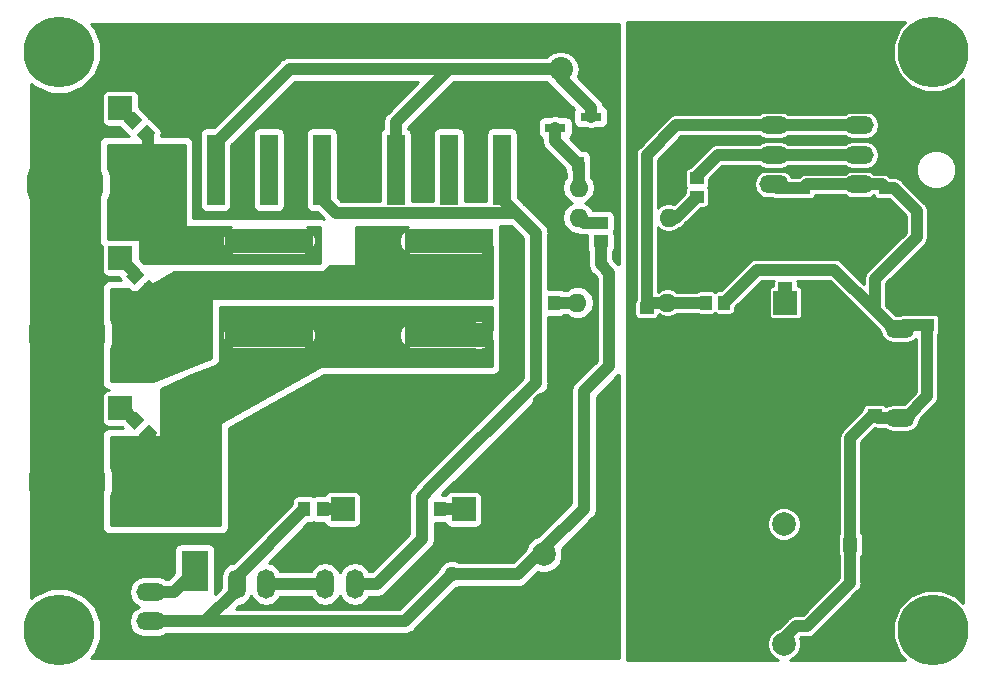
<source format=gbr>
G04 #@! TF.GenerationSoftware,KiCad,Pcbnew,(5.0.0)*
G04 #@! TF.CreationDate,2019-02-23T04:43:29+09:00*
G04 #@! TF.ProjectId,Power_exp,506F7765725F6578702E6B696361645F,rev?*
G04 #@! TF.SameCoordinates,Original*
G04 #@! TF.FileFunction,Copper,L2,Bot,Signal*
G04 #@! TF.FilePolarity,Positive*
%FSLAX46Y46*%
G04 Gerber Fmt 4.6, Leading zero omitted, Abs format (unit mm)*
G04 Created by KiCad (PCBNEW (5.0.0)) date 02/23/19 04:43:29*
%MOMM*%
%LPD*%
G01*
G04 APERTURE LIST*
G04 #@! TA.AperFunction,SMDPad,CuDef*
%ADD10R,1.800860X0.800100*%
G04 #@! TD*
G04 #@! TA.AperFunction,ComponentPad*
%ADD11R,2.000000X2.000000*%
G04 #@! TD*
G04 #@! TA.AperFunction,ComponentPad*
%ADD12C,2.000000*%
G04 #@! TD*
G04 #@! TA.AperFunction,ComponentPad*
%ADD13C,6.500000*%
G04 #@! TD*
G04 #@! TA.AperFunction,SMDPad,CuDef*
%ADD14C,1.000000*%
G04 #@! TD*
G04 #@! TA.AperFunction,Conductor*
%ADD15C,0.100000*%
G04 #@! TD*
G04 #@! TA.AperFunction,SMDPad,CuDef*
%ADD16R,1.200000X1.000000*%
G04 #@! TD*
G04 #@! TA.AperFunction,ComponentPad*
%ADD17O,1.600000X1.600000*%
G04 #@! TD*
G04 #@! TA.AperFunction,ComponentPad*
%ADD18O,1.500000X2.500000*%
G04 #@! TD*
G04 #@! TA.AperFunction,ComponentPad*
%ADD19O,2.500000X1.500000*%
G04 #@! TD*
G04 #@! TA.AperFunction,SMDPad,CuDef*
%ADD20R,1.000000X1.200000*%
G04 #@! TD*
G04 #@! TA.AperFunction,ComponentPad*
%ADD21R,1.524000X6.000000*%
G04 #@! TD*
G04 #@! TA.AperFunction,ComponentPad*
%ADD22R,7.500000X2.000000*%
G04 #@! TD*
G04 #@! TA.AperFunction,ComponentPad*
%ADD23C,1.300000*%
G04 #@! TD*
G04 #@! TA.AperFunction,ComponentPad*
%ADD24R,1.300000X1.300000*%
G04 #@! TD*
G04 #@! TA.AperFunction,ComponentPad*
%ADD25O,2.032000X2.032000*%
G04 #@! TD*
G04 #@! TA.AperFunction,ComponentPad*
%ADD26R,2.032000X2.032000*%
G04 #@! TD*
G04 #@! TA.AperFunction,ComponentPad*
%ADD27C,4.500880*%
G04 #@! TD*
G04 #@! TA.AperFunction,SMDPad,CuDef*
%ADD28R,2.301240X3.500120*%
G04 #@! TD*
G04 #@! TA.AperFunction,ViaPad*
%ADD29C,6.000000*%
G04 #@! TD*
G04 #@! TA.AperFunction,Conductor*
%ADD30C,1.000000*%
G04 #@! TD*
G04 #@! TA.AperFunction,Conductor*
%ADD31C,0.250000*%
G04 #@! TD*
G04 #@! TA.AperFunction,Conductor*
%ADD32C,0.254000*%
G04 #@! TD*
G04 APERTURE END LIST*
D10*
G04 #@! TO.P,Q1,3*
G04 #@! TO.N,/Coil_Out*
X168001140Y-60500000D03*
G04 #@! TO.P,Q1,2*
G04 #@! TO.N,GNDPWR*
X164998860Y-59550000D03*
G04 #@! TO.P,Q1,1*
G04 #@! TO.N,Net-(IC1-Pad3)*
X164998860Y-61450000D03*
G04 #@! TD*
D11*
G04 #@! TO.P,D6,1*
G04 #@! TO.N,Net-(D6-Pad1)*
X128200000Y-72500000D03*
D12*
G04 #@! TO.P,D6,2*
G04 #@! TO.N,GNDPWR*
X125660000Y-72500000D03*
G04 #@! TD*
D13*
G04 #@! TO.P,P10,1*
G04 #@! TO.N,GNDPWR*
X123700000Y-78900000D03*
G04 #@! TO.P,P10,2*
G04 #@! TO.N,/Power_Out*
X130700000Y-78900000D03*
G04 #@! TD*
D14*
G04 #@! TO.P,R11,1*
G04 #@! TO.N,/Power_Out*
X130551543Y-75051543D03*
D15*
G04 #@! TD*
G04 #@! TO.N,/Power_Out*
G04 #@! TO.C,R11*
G36*
X131329360Y-74980832D02*
X130480832Y-75829360D01*
X129773726Y-75122254D01*
X130622254Y-74273726D01*
X131329360Y-74980832D01*
X131329360Y-74980832D01*
G37*
D14*
G04 #@! TO.P,R11,2*
G04 #@! TO.N,Net-(D6-Pad1)*
X129448457Y-73948457D03*
D15*
G04 #@! TD*
G04 #@! TO.N,Net-(D6-Pad1)*
G04 #@! TO.C,R11*
G36*
X130226274Y-73877746D02*
X129377746Y-74726274D01*
X128670640Y-74019168D01*
X129519168Y-73170640D01*
X130226274Y-73877746D01*
X130226274Y-73877746D01*
G37*
D16*
G04 #@! TO.P,C1,1*
G04 #@! TO.N,+12V*
X192050000Y-85750000D03*
G04 #@! TO.P,C1,2*
G04 #@! TO.N,GND*
X192050000Y-83870000D03*
G04 #@! TD*
G04 #@! TO.P,C2,2*
G04 #@! TO.N,GND*
X196500000Y-76270000D03*
G04 #@! TO.P,C2,1*
G04 #@! TO.N,+12V*
X196500000Y-78150000D03*
G04 #@! TD*
G04 #@! TO.P,C4,2*
G04 #@! TO.N,+12V*
X186000000Y-66570000D03*
G04 #@! TO.P,C4,1*
G04 #@! TO.N,GND*
X186000000Y-68450000D03*
G04 #@! TD*
G04 #@! TO.P,C5,1*
G04 #@! TO.N,GND*
X193000000Y-68450000D03*
G04 #@! TO.P,C5,2*
G04 #@! TO.N,+12V*
X193000000Y-66570000D03*
G04 #@! TD*
D12*
G04 #@! TO.P,D2,2*
G04 #@! TO.N,GNDPWR*
X125660000Y-85200000D03*
D11*
G04 #@! TO.P,D2,1*
G04 #@! TO.N,Net-(D2-Pad1)*
X128200000Y-85200000D03*
G04 #@! TD*
D12*
G04 #@! TO.P,D3,2*
G04 #@! TO.N,GNDPWR*
X149550000Y-93750000D03*
D11*
G04 #@! TO.P,D3,1*
G04 #@! TO.N,Net-(D3-Pad1)*
X147010000Y-93750000D03*
G04 #@! TD*
G04 #@! TO.P,D4,1*
G04 #@! TO.N,Net-(D4-Pad1)*
X184500000Y-76250000D03*
D12*
G04 #@! TO.P,D4,2*
G04 #@! TO.N,GND*
X184500000Y-78790000D03*
G04 #@! TD*
G04 #@! TO.P,D5,2*
G04 #@! TO.N,GNDPWR*
X159790000Y-93750000D03*
D11*
G04 #@! TO.P,D5,1*
G04 #@! TO.N,Net-(D5-Pad1)*
X157250000Y-93750000D03*
G04 #@! TD*
G04 #@! TO.P,D7,1*
G04 #@! TO.N,Net-(D7-Pad1)*
X128200000Y-59800000D03*
D12*
G04 #@! TO.P,D7,2*
G04 #@! TO.N,GNDPWR*
X125660000Y-59800000D03*
G04 #@! TD*
D17*
G04 #@! TO.P,IC1,1*
G04 #@! TO.N,Net-(IC1-Pad1)*
X174600000Y-69050000D03*
G04 #@! TO.P,IC1,2*
G04 #@! TO.N,GND*
X174600000Y-66510000D03*
G04 #@! TO.P,IC1,3*
G04 #@! TO.N,Net-(IC1-Pad3)*
X166980000Y-66510000D03*
G04 #@! TO.P,IC1,4*
G04 #@! TO.N,Net-(IC1-Pad4)*
X166980000Y-69050000D03*
G04 #@! TD*
G04 #@! TO.P,IC2,1*
G04 #@! TO.N,Net-(IC2-Pad1)*
X166890000Y-76260000D03*
G04 #@! TO.P,IC2,2*
G04 #@! TO.N,GNDPWR*
X166890000Y-78800000D03*
G04 #@! TO.P,IC2,3*
G04 #@! TO.N,GND*
X174510000Y-78800000D03*
G04 #@! TO.P,IC2,4*
G04 #@! TO.N,/Relay_state*
X174510000Y-76260000D03*
G04 #@! TD*
D18*
G04 #@! TO.P,P1,2*
G04 #@! TO.N,/24v*
X138030000Y-100090000D03*
G04 #@! TO.P,P1,1*
G04 #@! TO.N,Net-(P1-Pad1)*
X140530000Y-100090000D03*
G04 #@! TD*
G04 #@! TO.P,P2,1*
G04 #@! TO.N,/Coil*
X148030000Y-100090000D03*
G04 #@! TO.P,P2,2*
G04 #@! TO.N,Net-(P1-Pad1)*
X145530000Y-100090000D03*
G04 #@! TD*
D19*
G04 #@! TO.P,P4,2*
G04 #@! TO.N,+12V*
X194200000Y-78500000D03*
G04 #@! TO.P,P4,1*
G04 #@! TO.N,GND*
X194200000Y-76000000D03*
G04 #@! TD*
G04 #@! TO.P,P5,1*
G04 #@! TO.N,GND*
X194200000Y-83500000D03*
G04 #@! TO.P,P5,2*
G04 #@! TO.N,+12V*
X194200000Y-86000000D03*
G04 #@! TD*
D13*
G04 #@! TO.P,P6,2*
G04 #@! TO.N,+BATT*
X130700000Y-91400000D03*
G04 #@! TO.P,P6,1*
G04 #@! TO.N,GNDPWR*
X123700000Y-91400000D03*
G04 #@! TD*
D19*
G04 #@! TO.P,P8,4*
G04 #@! TO.N,/Relay_state*
X183500000Y-61250000D03*
G04 #@! TO.P,P8,3*
G04 #@! TO.N,/Forced_shutdown*
X183500000Y-63750000D03*
G04 #@! TO.P,P8,2*
G04 #@! TO.N,+12V*
X183500000Y-66250000D03*
G04 #@! TO.P,P8,1*
G04 #@! TO.N,GND*
X183500000Y-68750000D03*
G04 #@! TD*
G04 #@! TO.P,P9,1*
G04 #@! TO.N,GND*
X190750000Y-68750000D03*
G04 #@! TO.P,P9,2*
G04 #@! TO.N,+12V*
X190750000Y-66250000D03*
G04 #@! TO.P,P9,3*
G04 #@! TO.N,/Forced_shutdown*
X190750000Y-63750000D03*
G04 #@! TO.P,P9,4*
G04 #@! TO.N,/Relay_state*
X190750000Y-61250000D03*
G04 #@! TD*
D16*
G04 #@! TO.P,R1,1*
G04 #@! TO.N,/24v*
X168850000Y-71050000D03*
G04 #@! TO.P,R1,2*
G04 #@! TO.N,Net-(IC1-Pad4)*
X168850000Y-69490000D03*
G04 #@! TD*
D20*
G04 #@! TO.P,R2,1*
G04 #@! TO.N,Net-(IC2-Pad1)*
X164920000Y-76260000D03*
G04 #@! TO.P,R2,2*
G04 #@! TO.N,/Coil*
X163360000Y-76260000D03*
G04 #@! TD*
G04 #@! TO.P,R3,2*
G04 #@! TO.N,GNDPWR*
X168500000Y-64500000D03*
G04 #@! TO.P,R3,1*
G04 #@! TO.N,Net-(IC1-Pad3)*
X166940000Y-64500000D03*
G04 #@! TD*
D16*
G04 #@! TO.P,R4,1*
G04 #@! TO.N,/Forced_shutdown*
X177000000Y-65720000D03*
G04 #@! TO.P,R4,2*
G04 #@! TO.N,Net-(IC1-Pad1)*
X177000000Y-67280000D03*
G04 #@! TD*
G04 #@! TO.P,R5,1*
G04 #@! TO.N,/Relay_state*
X172750000Y-76750000D03*
G04 #@! TO.P,R5,2*
G04 #@! TO.N,GND*
X172750000Y-78310000D03*
G04 #@! TD*
D20*
G04 #@! TO.P,R6,2*
G04 #@! TO.N,/Relay_state*
X177750000Y-76250000D03*
G04 #@! TO.P,R6,1*
G04 #@! TO.N,+12V*
X179310000Y-76250000D03*
G04 #@! TD*
D14*
G04 #@! TO.P,R7,1*
G04 #@! TO.N,+BATT*
X130551543Y-87351543D03*
D15*
G04 #@! TD*
G04 #@! TO.N,+BATT*
G04 #@! TO.C,R7*
G36*
X131329360Y-87280832D02*
X130480832Y-88129360D01*
X129773726Y-87422254D01*
X130622254Y-86573726D01*
X131329360Y-87280832D01*
X131329360Y-87280832D01*
G37*
D14*
G04 #@! TO.P,R7,2*
G04 #@! TO.N,Net-(D2-Pad1)*
X129448457Y-86248457D03*
D15*
G04 #@! TD*
G04 #@! TO.N,Net-(D2-Pad1)*
G04 #@! TO.C,R7*
G36*
X130226274Y-86177746D02*
X129377746Y-87026274D01*
X128670640Y-86319168D01*
X129519168Y-85470640D01*
X130226274Y-86177746D01*
X130226274Y-86177746D01*
G37*
D20*
G04 #@! TO.P,R8,2*
G04 #@! TO.N,Net-(D3-Pad1)*
X145330000Y-93750000D03*
G04 #@! TO.P,R8,1*
G04 #@! TO.N,/24v*
X143770000Y-93750000D03*
G04 #@! TD*
D16*
G04 #@! TO.P,R9,2*
G04 #@! TO.N,Net-(D4-Pad1)*
X184500000Y-75030000D03*
G04 #@! TO.P,R9,1*
G04 #@! TO.N,+12V*
X184500000Y-73470000D03*
G04 #@! TD*
D20*
G04 #@! TO.P,R10,1*
G04 #@! TO.N,/Coil*
X153720000Y-93750000D03*
G04 #@! TO.P,R10,2*
G04 #@! TO.N,Net-(D5-Pad1)*
X155280000Y-93750000D03*
G04 #@! TD*
D14*
G04 #@! TO.P,R12,2*
G04 #@! TO.N,Net-(D7-Pad1)*
X129248457Y-60848457D03*
D15*
G04 #@! TD*
G04 #@! TO.N,Net-(D7-Pad1)*
G04 #@! TO.C,R12*
G36*
X130026274Y-60777746D02*
X129177746Y-61626274D01*
X128470640Y-60919168D01*
X129319168Y-60070640D01*
X130026274Y-60777746D01*
X130026274Y-60777746D01*
G37*
D14*
G04 #@! TO.P,R12,1*
G04 #@! TO.N,/Fun_Out*
X130351543Y-61951543D03*
D15*
G04 #@! TD*
G04 #@! TO.N,/Fun_Out*
G04 #@! TO.C,R12*
G36*
X131129360Y-61880832D02*
X130280832Y-62729360D01*
X129573726Y-62022254D01*
X130422254Y-61173726D01*
X131129360Y-61880832D01*
X131129360Y-61880832D01*
G37*
D12*
G04 #@! TO.P,U1,1*
G04 #@! TO.N,GNDPWR*
X164040000Y-84840000D03*
G04 #@! TO.P,U1,2*
X164040000Y-92460000D03*
G04 #@! TO.P,U1,3*
G04 #@! TO.N,/24v*
X164040000Y-97540000D03*
G04 #@! TO.P,U1,4*
G04 #@! TO.N,GND*
X184360000Y-84840000D03*
G04 #@! TO.P,U1,5*
G04 #@! TO.N,Net-(U1-Pad5)*
X184360000Y-95000000D03*
G04 #@! TO.P,U1,6*
G04 #@! TO.N,+12V*
X184360000Y-105160000D03*
G04 #@! TD*
D21*
G04 #@! TO.P,U2,1*
G04 #@! TO.N,/Coil*
X145250000Y-65000000D03*
G04 #@! TO.P,U2,2*
G04 #@! TO.N,/Coil_Out*
X136250000Y-65000000D03*
G04 #@! TO.P,U2,4*
G04 #@! TO.N,Net-(U2-Pad4)*
X140750000Y-65000000D03*
D22*
G04 #@! TO.P,U2,5*
G04 #@! TO.N,/Fun_Out*
X140750000Y-71000000D03*
G04 #@! TO.P,U2,3*
G04 #@! TO.N,+BATT*
X140750000Y-79000000D03*
G04 #@! TD*
G04 #@! TO.P,U3,3*
G04 #@! TO.N,+BATT*
X156000000Y-79000000D03*
G04 #@! TO.P,U3,5*
G04 #@! TO.N,/Power_Out*
X156000000Y-71000000D03*
D21*
G04 #@! TO.P,U3,4*
G04 #@! TO.N,Net-(U3-Pad4)*
X156000000Y-65000000D03*
G04 #@! TO.P,U3,2*
G04 #@! TO.N,/Coil_Out*
X151500000Y-65000000D03*
G04 #@! TO.P,U3,1*
G04 #@! TO.N,/Coil*
X160500000Y-65000000D03*
G04 #@! TD*
D23*
G04 #@! TO.P,C3,2*
G04 #@! TO.N,/24v*
X156250000Y-99250000D03*
D24*
G04 #@! TO.P,C3,1*
G04 #@! TO.N,GNDPWR*
X156250000Y-104250000D03*
G04 #@! TD*
G04 #@! TO.P,C6,1*
G04 #@! TO.N,+12V*
X190000000Y-96750000D03*
D23*
G04 #@! TO.P,C6,2*
G04 #@! TO.N,GND*
X195000000Y-96750000D03*
G04 #@! TD*
D25*
G04 #@! TO.P,JP1,2*
G04 #@! TO.N,/Coil_Out*
X165460000Y-56500000D03*
D26*
G04 #@! TO.P,JP1,1*
G04 #@! TO.N,GNDPWR*
X168000000Y-56500000D03*
G04 #@! TD*
D19*
G04 #@! TO.P,P3,2*
G04 #@! TO.N,/24v*
X130750000Y-103250000D03*
G04 #@! TO.P,P3,1*
G04 #@! TO.N,Net-(D1-Pad2)*
X130750000Y-100750000D03*
G04 #@! TD*
D27*
G04 #@! TO.P,P7,1*
G04 #@! TO.N,GNDPWR*
X133500000Y-55250000D03*
G04 #@! TD*
D13*
G04 #@! TO.P,P11,1*
G04 #@! TO.N,GNDPWR*
X123500000Y-66200000D03*
G04 #@! TO.P,P11,2*
G04 #@! TO.N,/Fun_Out*
X130500000Y-66200000D03*
G04 #@! TD*
D28*
G04 #@! TO.P,D1,1*
G04 #@! TO.N,+BATT*
X134500000Y-93549980D03*
G04 #@! TO.P,D1,2*
G04 #@! TO.N,Net-(D1-Pad2)*
X134500000Y-98950020D03*
G04 #@! TD*
D29*
G04 #@! TO.N,*
X197000000Y-55000000D03*
X123000000Y-55000000D03*
X197000000Y-104000000D03*
X123000000Y-104000000D03*
G04 #@! TD*
D30*
G04 #@! TO.N,+12V*
X194200000Y-86000000D02*
X192300000Y-86000000D01*
X192300000Y-86000000D02*
X192050000Y-85750000D01*
X194200000Y-78500000D02*
X194870000Y-78500000D01*
X192680000Y-66250000D02*
X193000000Y-66570000D01*
X190750000Y-66250000D02*
X192680000Y-66250000D01*
X186320000Y-66250000D02*
X186000000Y-66570000D01*
X190750000Y-66250000D02*
X186320000Y-66250000D01*
X183820000Y-66570000D02*
X183500000Y-66250000D01*
X186000000Y-66570000D02*
X183820000Y-66570000D01*
X185409999Y-103660001D02*
X186329999Y-103660001D01*
X184410000Y-104660000D02*
X185409999Y-103660001D01*
X190000000Y-99990000D02*
X190000000Y-96750000D01*
X186329999Y-103660001D02*
X190000000Y-99990000D01*
X191950000Y-85750000D02*
X192050000Y-85750000D01*
X190000000Y-87700000D02*
X191950000Y-85750000D01*
X190000000Y-96750000D02*
X190000000Y-87700000D01*
X194700000Y-86000000D02*
X194200000Y-86000000D01*
X196500000Y-84200000D02*
X194700000Y-86000000D01*
X196500000Y-78150000D02*
X196500000Y-84200000D01*
X194550000Y-78150000D02*
X194200000Y-78500000D01*
X196500000Y-78150000D02*
X194550000Y-78150000D01*
X184400000Y-73470000D02*
X184500000Y-73470000D01*
X193000000Y-66570000D02*
X193670000Y-66570000D01*
X193670000Y-66570000D02*
X195620000Y-68520000D01*
X193700000Y-78500000D02*
X194200000Y-78500000D01*
X195620000Y-68520000D02*
X195620000Y-70720000D01*
X195620000Y-70720000D02*
X192110000Y-74230000D01*
X192110000Y-74230000D02*
X192110000Y-76910000D01*
X192110000Y-76910000D02*
X193700000Y-78500000D01*
X192110000Y-76910000D02*
X192070000Y-76910000D01*
X188630000Y-73470000D02*
X184500000Y-73470000D01*
X192070000Y-76910000D02*
X188630000Y-73470000D01*
X182090000Y-73470000D02*
X179310000Y-76250000D01*
X184500000Y-73470000D02*
X182090000Y-73470000D01*
G04 #@! TO.N,+BATT*
X130700000Y-87500000D02*
X130551543Y-87351543D01*
X130700000Y-91400000D02*
X130700000Y-87500000D01*
X128450000Y-93650000D02*
X130700000Y-91400000D01*
G04 #@! TO.N,Net-(D2-Pad1)*
X128400000Y-85200000D02*
X129448457Y-86248457D01*
G04 #@! TO.N,Net-(D3-Pad1)*
X147010000Y-93750000D02*
X145330000Y-93750000D01*
G04 #@! TO.N,Net-(D4-Pad1)*
X184500000Y-76250000D02*
X184500000Y-75030000D01*
G04 #@! TO.N,Net-(D5-Pad1)*
X157250000Y-93750000D02*
X155280000Y-93750000D01*
G04 #@! TO.N,Net-(D6-Pad1)*
X129448457Y-73748457D02*
X128200000Y-72500000D01*
X129448457Y-73948457D02*
X129448457Y-73748457D01*
G04 #@! TO.N,Net-(D7-Pad1)*
X129248457Y-60848457D02*
X128200000Y-59800000D01*
G04 #@! TO.N,Net-(IC1-Pad4)*
X168850000Y-69490000D02*
X167420000Y-69490000D01*
G04 #@! TO.N,Net-(IC1-Pad3)*
X164998860Y-62558860D02*
X166940000Y-64500000D01*
X164998860Y-61450000D02*
X164998860Y-62558860D01*
X166980000Y-64540000D02*
X166940000Y-64500000D01*
X166980000Y-66510000D02*
X166980000Y-64540000D01*
G04 #@! TO.N,Net-(IC1-Pad1)*
X175230000Y-69050000D02*
X177000000Y-67280000D01*
X174600000Y-69050000D02*
X175230000Y-69050000D01*
G04 #@! TO.N,Net-(IC2-Pad1)*
X164920000Y-76260000D02*
X166890000Y-76260000D01*
G04 #@! TO.N,/Relay_state*
X173240000Y-76260000D02*
X172750000Y-76750000D01*
X174510000Y-76260000D02*
X173240000Y-76260000D01*
X177740000Y-76260000D02*
X177750000Y-76250000D01*
X174510000Y-76260000D02*
X177740000Y-76260000D01*
X190750000Y-61250000D02*
X183500000Y-61250000D01*
X175270000Y-61250000D02*
X183500000Y-61250000D01*
X172750000Y-76750000D02*
X172750000Y-63770000D01*
X172750000Y-63770000D02*
X175270000Y-61250000D01*
G04 #@! TO.N,/24v*
X138030000Y-100090000D02*
X138030000Y-99380000D01*
X152250000Y-103250000D02*
X156250000Y-99250000D01*
X138940000Y-103250000D02*
X152250000Y-103250000D01*
X169590000Y-73730000D02*
X168850000Y-72990000D01*
X167440000Y-83760000D02*
X169590000Y-81610000D01*
X169590000Y-81610000D02*
X169590000Y-73730000D01*
X168850000Y-72990000D02*
X168850000Y-71050000D01*
X167440000Y-93690000D02*
X167440000Y-83760000D01*
X164090000Y-97040000D02*
X167440000Y-93690000D01*
X161880000Y-99250000D02*
X164090000Y-97040000D01*
X156250000Y-99250000D02*
X161880000Y-99250000D01*
X138030000Y-100590000D02*
X138030000Y-100090000D01*
X135370000Y-103250000D02*
X138030000Y-100590000D01*
X135250000Y-103250000D02*
X135370000Y-103250000D01*
X135250000Y-103250000D02*
X138940000Y-103250000D01*
X130750000Y-103250000D02*
X135250000Y-103250000D01*
X138030000Y-99490000D02*
X143770000Y-93750000D01*
X138030000Y-100090000D02*
X138030000Y-99490000D01*
G04 #@! TO.N,Net-(P1-Pad1)*
X145530000Y-100090000D02*
X140530000Y-100090000D01*
G04 #@! TO.N,/Coil*
X160250000Y-67238000D02*
X160250000Y-65000000D01*
X163360000Y-76260000D02*
X163360000Y-70348000D01*
X148030000Y-100090000D02*
X149900000Y-100090000D01*
X153720000Y-96270000D02*
X153720000Y-93750000D01*
X149900000Y-100090000D02*
X153720000Y-96270000D01*
X153720000Y-92880000D02*
X153720000Y-93750000D01*
X153720000Y-92690000D02*
X153720000Y-92880000D01*
X154600000Y-91810000D02*
X153720000Y-92690000D01*
X154600000Y-91800000D02*
X154600000Y-91810000D01*
X163360000Y-76260000D02*
X163360000Y-83040000D01*
X163360000Y-83040000D02*
X154600000Y-91800000D01*
X145250000Y-65000000D02*
X145250000Y-67490000D01*
X146460001Y-68700001D02*
X151629999Y-68700001D01*
X145250000Y-67490000D02*
X146460001Y-68700001D01*
X163360000Y-70348000D02*
X162482000Y-69470000D01*
X161712001Y-68700001D02*
X161830000Y-68818000D01*
X151629999Y-68700001D02*
X161712001Y-68700001D01*
X162482000Y-69470000D02*
X161830000Y-68818000D01*
X161830000Y-68818000D02*
X160250000Y-67238000D01*
G04 #@! TO.N,/Forced_shutdown*
X183500000Y-63750000D02*
X190750000Y-63750000D01*
X181250000Y-63750000D02*
X183500000Y-63750000D01*
X177000000Y-65720000D02*
X177000000Y-65500000D01*
X178750000Y-63750000D02*
X181250000Y-63750000D01*
X177000000Y-65500000D02*
X178750000Y-63750000D01*
G04 #@! TO.N,/Fun_Out*
X130500000Y-62100000D02*
X130351543Y-61951543D01*
X130500000Y-66200000D02*
X130500000Y-62100000D01*
G04 #@! TO.N,/Coil_Out*
X168001140Y-59793142D02*
X168001140Y-60500000D01*
X165460000Y-57252002D02*
X168001140Y-59793142D01*
X165460000Y-56500000D02*
X165460000Y-57252002D01*
X164023160Y-56500000D02*
X165460000Y-56500000D01*
X136250000Y-62762000D02*
X142512000Y-56500000D01*
X136250000Y-65000000D02*
X136250000Y-62762000D01*
X156000000Y-56500000D02*
X157930000Y-56500000D01*
X151500000Y-61000000D02*
X156000000Y-56500000D01*
X151500000Y-65000000D02*
X151500000Y-61000000D01*
X142512000Y-56500000D02*
X157930000Y-56500000D01*
X157930000Y-56500000D02*
X164023160Y-56500000D01*
G04 #@! TO.N,Net-(D1-Pad2)*
X132700020Y-100750000D02*
X134500000Y-98950020D01*
X130750000Y-100750000D02*
X132700020Y-100750000D01*
G04 #@! TD*
D31*
G04 #@! TO.N,GNDPWR*
G36*
X170375000Y-72969889D02*
X170365031Y-72954969D01*
X170275274Y-72894995D01*
X169925000Y-72544722D01*
X169925000Y-71874083D01*
X169991637Y-71774354D01*
X170036264Y-71550000D01*
X170036264Y-70550000D01*
X169991637Y-70325646D01*
X169954455Y-70270000D01*
X169991637Y-70214354D01*
X170036264Y-69990000D01*
X170036264Y-68990000D01*
X169991637Y-68765646D01*
X169864551Y-68575449D01*
X169674354Y-68448363D01*
X169450000Y-68403736D01*
X168250000Y-68403736D01*
X168207523Y-68412185D01*
X167971319Y-68058681D01*
X167554244Y-67780000D01*
X167971319Y-67501319D01*
X168275221Y-67046498D01*
X168381937Y-66510000D01*
X168275221Y-65973502D01*
X168055000Y-65643918D01*
X168055000Y-64645872D01*
X168076059Y-64540000D01*
X168055000Y-64434129D01*
X168055000Y-64434125D01*
X168026264Y-64289660D01*
X168026264Y-63900000D01*
X167981637Y-63675646D01*
X167854551Y-63485449D01*
X167664354Y-63358363D01*
X167440000Y-63313736D01*
X167274016Y-63313736D01*
X166260513Y-62300234D01*
X166313841Y-62264601D01*
X166440927Y-62074404D01*
X166485554Y-61850050D01*
X166485554Y-61049950D01*
X166440927Y-60825596D01*
X166313841Y-60635399D01*
X166123644Y-60508313D01*
X165899290Y-60463686D01*
X165457683Y-60463686D01*
X165418303Y-60437373D01*
X164998860Y-60353940D01*
X164579416Y-60437373D01*
X164540036Y-60463686D01*
X164098430Y-60463686D01*
X163874076Y-60508313D01*
X163683879Y-60635399D01*
X163556793Y-60825596D01*
X163512166Y-61049950D01*
X163512166Y-61850050D01*
X163556793Y-62074404D01*
X163683879Y-62264601D01*
X163874076Y-62391687D01*
X163923860Y-62401590D01*
X163923860Y-62452989D01*
X163902801Y-62558860D01*
X163923860Y-62664731D01*
X163923860Y-62664735D01*
X163928087Y-62685983D01*
X163986233Y-62978303D01*
X163986234Y-62978304D01*
X164223830Y-63333891D01*
X164313586Y-63393864D01*
X165853736Y-64934016D01*
X165853736Y-65100000D01*
X165898363Y-65324354D01*
X165905001Y-65334288D01*
X165905000Y-65643918D01*
X165684779Y-65973502D01*
X165578063Y-66510000D01*
X165684779Y-67046498D01*
X165988681Y-67501319D01*
X166405756Y-67780000D01*
X165988681Y-68058681D01*
X165684779Y-68513502D01*
X165578063Y-69050000D01*
X165684779Y-69586498D01*
X165988681Y-70041319D01*
X166443502Y-70345221D01*
X166844578Y-70425000D01*
X166884379Y-70425000D01*
X167000556Y-70502627D01*
X167314125Y-70565000D01*
X167663736Y-70565000D01*
X167663736Y-71550000D01*
X167708363Y-71774354D01*
X167775001Y-71874084D01*
X167775000Y-72884128D01*
X167753941Y-72990000D01*
X167775000Y-73095871D01*
X167775000Y-73095874D01*
X167837373Y-73409443D01*
X168074969Y-73765031D01*
X168164728Y-73825006D01*
X168515001Y-74175279D01*
X168515000Y-81164721D01*
X166754726Y-82924996D01*
X166664970Y-82984969D01*
X166604997Y-83074725D01*
X166604996Y-83074726D01*
X166427373Y-83340557D01*
X166343941Y-83760000D01*
X166365001Y-83865876D01*
X166365000Y-93244720D01*
X163586745Y-96022977D01*
X163147834Y-96204780D01*
X162704780Y-96647834D01*
X162522977Y-97086744D01*
X161434722Y-98175000D01*
X156855800Y-98175000D01*
X156493668Y-98025000D01*
X156006332Y-98025000D01*
X155556093Y-98211495D01*
X155211495Y-98556093D01*
X155061495Y-98918225D01*
X151804722Y-102175000D01*
X137965279Y-102175000D01*
X138241364Y-101898915D01*
X138546989Y-101838122D01*
X138985272Y-101545272D01*
X139278122Y-101106989D01*
X139280000Y-101097548D01*
X139281878Y-101106989D01*
X139574729Y-101545272D01*
X140013012Y-101838122D01*
X140530000Y-101940958D01*
X141046989Y-101838122D01*
X141485272Y-101545272D01*
X141739360Y-101165000D01*
X144320640Y-101165000D01*
X144574729Y-101545272D01*
X145013012Y-101838122D01*
X145530000Y-101940958D01*
X146046989Y-101838122D01*
X146485272Y-101545272D01*
X146778122Y-101106989D01*
X146780000Y-101097548D01*
X146781878Y-101106989D01*
X147074729Y-101545272D01*
X147513012Y-101838122D01*
X148030000Y-101940958D01*
X148546989Y-101838122D01*
X148985272Y-101545272D01*
X149239360Y-101165000D01*
X149794129Y-101165000D01*
X149900000Y-101186059D01*
X150005871Y-101165000D01*
X150005875Y-101165000D01*
X150319444Y-101102627D01*
X150675031Y-100865031D01*
X150735006Y-100775272D01*
X154405275Y-97105004D01*
X154495031Y-97045031D01*
X154732627Y-96689444D01*
X154795000Y-96375875D01*
X154795000Y-96375872D01*
X154816059Y-96270000D01*
X154795000Y-96164129D01*
X154795000Y-94936264D01*
X155700786Y-94936264D01*
X155708363Y-94974354D01*
X155835449Y-95164551D01*
X156025646Y-95291637D01*
X156250000Y-95336264D01*
X158250000Y-95336264D01*
X158474354Y-95291637D01*
X158664551Y-95164551D01*
X158791637Y-94974354D01*
X158836264Y-94750000D01*
X158836264Y-92750000D01*
X158791637Y-92525646D01*
X158664551Y-92335449D01*
X158474354Y-92208363D01*
X158250000Y-92163736D01*
X156250000Y-92163736D01*
X156025646Y-92208363D01*
X155835449Y-92335449D01*
X155708363Y-92525646D01*
X155700786Y-92563736D01*
X155389260Y-92563736D01*
X155455142Y-92465136D01*
X164045275Y-83875004D01*
X164135031Y-83815031D01*
X164372627Y-83459444D01*
X164435000Y-83145875D01*
X164435000Y-83145872D01*
X164456059Y-83040000D01*
X164435000Y-82934129D01*
X164435000Y-77446264D01*
X165420000Y-77446264D01*
X165644354Y-77401637D01*
X165744083Y-77335000D01*
X166023918Y-77335000D01*
X166353502Y-77555221D01*
X166754578Y-77635000D01*
X167025422Y-77635000D01*
X167426498Y-77555221D01*
X167881319Y-77251319D01*
X168185221Y-76796498D01*
X168291937Y-76260000D01*
X168185221Y-75723502D01*
X167881319Y-75268681D01*
X167426498Y-74964779D01*
X167025422Y-74885000D01*
X166754578Y-74885000D01*
X166353502Y-74964779D01*
X166023918Y-75185000D01*
X165744083Y-75185000D01*
X165644354Y-75118363D01*
X165420000Y-75073736D01*
X164435000Y-75073736D01*
X164435000Y-70453872D01*
X164456059Y-70348000D01*
X164435000Y-70242128D01*
X164435000Y-70242125D01*
X164372627Y-69928556D01*
X164359857Y-69909444D01*
X164195005Y-69662725D01*
X164195002Y-69662722D01*
X164135031Y-69572969D01*
X164045277Y-69512997D01*
X163317005Y-68784727D01*
X163317004Y-68784725D01*
X162665008Y-68132729D01*
X162665004Y-68132724D01*
X162547004Y-68014724D01*
X162487032Y-67924970D01*
X162397278Y-67864998D01*
X161848264Y-67315985D01*
X161848264Y-62000000D01*
X161803637Y-61775646D01*
X161676551Y-61585449D01*
X161486354Y-61458363D01*
X161262000Y-61413736D01*
X159738000Y-61413736D01*
X159513646Y-61458363D01*
X159323449Y-61585449D01*
X159196363Y-61775646D01*
X159151736Y-62000000D01*
X159151736Y-67625001D01*
X157348264Y-67625001D01*
X157348264Y-62000000D01*
X157303637Y-61775646D01*
X157176551Y-61585449D01*
X156986354Y-61458363D01*
X156762000Y-61413736D01*
X155238000Y-61413736D01*
X155013646Y-61458363D01*
X154823449Y-61585449D01*
X154696363Y-61775646D01*
X154651736Y-62000000D01*
X154651736Y-67625001D01*
X152848264Y-67625001D01*
X152848264Y-62000000D01*
X152803637Y-61775646D01*
X152676551Y-61585449D01*
X152575000Y-61517595D01*
X152575000Y-61445278D01*
X156445279Y-57575000D01*
X164264813Y-57575000D01*
X164312953Y-57647047D01*
X164526341Y-57789628D01*
X164684970Y-58027033D01*
X164774726Y-58087006D01*
X166560772Y-59873053D01*
X166559073Y-59875596D01*
X166514446Y-60099950D01*
X166514446Y-60900050D01*
X166559073Y-61124404D01*
X166686159Y-61314601D01*
X166876356Y-61441687D01*
X167100710Y-61486314D01*
X167542317Y-61486314D01*
X167581697Y-61512627D01*
X168001140Y-61596060D01*
X168420584Y-61512627D01*
X168459964Y-61486314D01*
X168901570Y-61486314D01*
X169125924Y-61441687D01*
X169316121Y-61314601D01*
X169443207Y-61124404D01*
X169487834Y-60900050D01*
X169487834Y-60099950D01*
X169443207Y-59875596D01*
X169316121Y-59685399D01*
X169125924Y-59558313D01*
X169047382Y-59542690D01*
X169013767Y-59373698D01*
X168776171Y-59018111D01*
X168686415Y-58958138D01*
X166914775Y-57186499D01*
X166958689Y-57120777D01*
X167082169Y-56500000D01*
X166958689Y-55879223D01*
X166607047Y-55352953D01*
X166080777Y-55001311D01*
X165616697Y-54909000D01*
X165303303Y-54909000D01*
X164839223Y-55001311D01*
X164312953Y-55352953D01*
X164264813Y-55425000D01*
X156105871Y-55425000D01*
X155999999Y-55403941D01*
X155894128Y-55425000D01*
X142617869Y-55425000D01*
X142511999Y-55403941D01*
X142406129Y-55425000D01*
X142406125Y-55425000D01*
X142092556Y-55487373D01*
X141926833Y-55598106D01*
X141826724Y-55664996D01*
X141826722Y-55664998D01*
X141736969Y-55724969D01*
X141676998Y-55814723D01*
X136077986Y-61413736D01*
X135488000Y-61413736D01*
X135263646Y-61458363D01*
X135073449Y-61585449D01*
X134946363Y-61775646D01*
X134901736Y-62000000D01*
X134901736Y-68000000D01*
X134946363Y-68224354D01*
X135073449Y-68414551D01*
X135263646Y-68541637D01*
X135488000Y-68586264D01*
X137012000Y-68586264D01*
X137236354Y-68541637D01*
X137426551Y-68414551D01*
X137553637Y-68224354D01*
X137598264Y-68000000D01*
X137598264Y-62934014D01*
X138532278Y-62000000D01*
X139401736Y-62000000D01*
X139401736Y-68000000D01*
X139446363Y-68224354D01*
X139573449Y-68414551D01*
X139763646Y-68541637D01*
X139988000Y-68586264D01*
X141512000Y-68586264D01*
X141736354Y-68541637D01*
X141926551Y-68414551D01*
X142053637Y-68224354D01*
X142098264Y-68000000D01*
X142098264Y-62000000D01*
X142053637Y-61775646D01*
X141926551Y-61585449D01*
X141736354Y-61458363D01*
X141512000Y-61413736D01*
X139988000Y-61413736D01*
X139763646Y-61458363D01*
X139573449Y-61585449D01*
X139446363Y-61775646D01*
X139401736Y-62000000D01*
X138532278Y-62000000D01*
X142957280Y-57575000D01*
X153404721Y-57575000D01*
X150814726Y-60164996D01*
X150724970Y-60224969D01*
X150664997Y-60314725D01*
X150664996Y-60314726D01*
X150487373Y-60580557D01*
X150403941Y-61000000D01*
X150425001Y-61105876D01*
X150425001Y-61517594D01*
X150323449Y-61585449D01*
X150196363Y-61775646D01*
X150151736Y-62000000D01*
X150151736Y-67625001D01*
X146905280Y-67625001D01*
X146598264Y-67317986D01*
X146598264Y-62000000D01*
X146553637Y-61775646D01*
X146426551Y-61585449D01*
X146236354Y-61458363D01*
X146012000Y-61413736D01*
X144488000Y-61413736D01*
X144263646Y-61458363D01*
X144073449Y-61585449D01*
X143946363Y-61775646D01*
X143901736Y-62000000D01*
X143901736Y-68000000D01*
X143946363Y-68224354D01*
X144073449Y-68414551D01*
X144263646Y-68541637D01*
X144488000Y-68586264D01*
X144825986Y-68586264D01*
X145393207Y-69153485D01*
X145250000Y-69125000D01*
X134375000Y-69125000D01*
X134375000Y-62750000D01*
X134327425Y-62510823D01*
X134191942Y-62308058D01*
X133989177Y-62172575D01*
X133750000Y-62125000D01*
X131657758Y-62125000D01*
X131670997Y-62105186D01*
X131715624Y-61880832D01*
X131670997Y-61656478D01*
X131543911Y-61466281D01*
X130836805Y-60759175D01*
X130646608Y-60632089D01*
X130580968Y-60619032D01*
X130567911Y-60553392D01*
X130440825Y-60363195D01*
X129786264Y-59708634D01*
X129786264Y-58800000D01*
X129741637Y-58575646D01*
X129614551Y-58385449D01*
X129424354Y-58258363D01*
X129200000Y-58213736D01*
X127200000Y-58213736D01*
X126975646Y-58258363D01*
X126785449Y-58385449D01*
X126658363Y-58575646D01*
X126613736Y-58800000D01*
X126613736Y-60800000D01*
X126658363Y-61024354D01*
X126785449Y-61214551D01*
X126975646Y-61341637D01*
X127200000Y-61386264D01*
X128108634Y-61386264D01*
X128763195Y-62040825D01*
X128889171Y-62125000D01*
X127000000Y-62125000D01*
X126760823Y-62172575D01*
X126558058Y-62308058D01*
X126422575Y-62510823D01*
X126375000Y-62750000D01*
X126375000Y-71000000D01*
X126422575Y-71239177D01*
X126558058Y-71441942D01*
X126617398Y-71481591D01*
X126613736Y-71500000D01*
X126613736Y-73500000D01*
X126658363Y-73724354D01*
X126785449Y-73914551D01*
X126975646Y-74041637D01*
X127200000Y-74086264D01*
X128097722Y-74086264D01*
X128129003Y-74243522D01*
X128216854Y-74375000D01*
X127250000Y-74375000D01*
X127010823Y-74422575D01*
X126808058Y-74558058D01*
X126672575Y-74760823D01*
X126625000Y-75000000D01*
X126625000Y-83000000D01*
X126672575Y-83239177D01*
X126808058Y-83441942D01*
X127010823Y-83577425D01*
X127196686Y-83614395D01*
X126975646Y-83658363D01*
X126785449Y-83785449D01*
X126658363Y-83975646D01*
X126613736Y-84200000D01*
X126613736Y-86200000D01*
X126658363Y-86424354D01*
X126785449Y-86614551D01*
X126975646Y-86741637D01*
X127200000Y-86786264D01*
X128308634Y-86786264D01*
X128397370Y-86875000D01*
X127250000Y-86875000D01*
X127010823Y-86922575D01*
X126808058Y-87058058D01*
X126672575Y-87260823D01*
X126625000Y-87500000D01*
X126625000Y-95250000D01*
X126672575Y-95489177D01*
X126808058Y-95691942D01*
X127010823Y-95827425D01*
X127250000Y-95875000D01*
X133292551Y-95875000D01*
X133349380Y-95886304D01*
X135650620Y-95886304D01*
X135707449Y-95875000D01*
X136750000Y-95875000D01*
X136989177Y-95827425D01*
X137191942Y-95691942D01*
X137327425Y-95489177D01*
X137375000Y-95250000D01*
X137375000Y-86866704D01*
X145412786Y-82375000D01*
X159750000Y-82375000D01*
X159989177Y-82327425D01*
X160191942Y-82191942D01*
X160327425Y-81989177D01*
X160375000Y-81750000D01*
X160375000Y-76500000D01*
X160327425Y-76260823D01*
X160320193Y-76250000D01*
X160327425Y-76239177D01*
X160375000Y-76000000D01*
X160375000Y-69775001D01*
X161266723Y-69775001D01*
X161796725Y-70305004D01*
X161796727Y-70305005D01*
X162285001Y-70793280D01*
X162285000Y-75603372D01*
X162273736Y-75660000D01*
X162273736Y-76860000D01*
X162285000Y-76916628D01*
X162285001Y-82594720D01*
X153914728Y-90964994D01*
X153824969Y-91024969D01*
X153744859Y-91144862D01*
X153034728Y-91854994D01*
X152944969Y-91914969D01*
X152707373Y-92270557D01*
X152645000Y-92584126D01*
X152645000Y-92584129D01*
X152623941Y-92690000D01*
X152645000Y-92795871D01*
X152645000Y-93093372D01*
X152633736Y-93150000D01*
X152633736Y-94350000D01*
X152645001Y-94406631D01*
X152645000Y-95824721D01*
X149454722Y-99015000D01*
X149239360Y-99015000D01*
X148985271Y-98634728D01*
X148546988Y-98341878D01*
X148030000Y-98239042D01*
X147513011Y-98341878D01*
X147074728Y-98634729D01*
X146781878Y-99073012D01*
X146780000Y-99082453D01*
X146778122Y-99073011D01*
X146485271Y-98634728D01*
X146046988Y-98341878D01*
X145530000Y-98239042D01*
X145013011Y-98341878D01*
X144574728Y-98634729D01*
X144320640Y-99015000D01*
X141739360Y-99015000D01*
X141485271Y-98634728D01*
X141046988Y-98341878D01*
X140756235Y-98284043D01*
X144104015Y-94936264D01*
X144270000Y-94936264D01*
X144494354Y-94891637D01*
X144550000Y-94854455D01*
X144605646Y-94891637D01*
X144830000Y-94936264D01*
X145460786Y-94936264D01*
X145468363Y-94974354D01*
X145595449Y-95164551D01*
X145785646Y-95291637D01*
X146010000Y-95336264D01*
X148010000Y-95336264D01*
X148234354Y-95291637D01*
X148424551Y-95164551D01*
X148551637Y-94974354D01*
X148596264Y-94750000D01*
X148596264Y-92750000D01*
X148551637Y-92525646D01*
X148424551Y-92335449D01*
X148234354Y-92208363D01*
X148010000Y-92163736D01*
X146010000Y-92163736D01*
X145785646Y-92208363D01*
X145595449Y-92335449D01*
X145468363Y-92525646D01*
X145460786Y-92563736D01*
X144830000Y-92563736D01*
X144605646Y-92608363D01*
X144550000Y-92645545D01*
X144494354Y-92608363D01*
X144270000Y-92563736D01*
X143270000Y-92563736D01*
X143045646Y-92608363D01*
X142855449Y-92735449D01*
X142728363Y-92925646D01*
X142683736Y-93150000D01*
X142683736Y-93315985D01*
X137693807Y-98305915D01*
X137513011Y-98341878D01*
X137074728Y-98634729D01*
X136781878Y-99073012D01*
X136705000Y-99459502D01*
X136705000Y-100394721D01*
X136196471Y-100903251D01*
X136236884Y-100700080D01*
X136236884Y-97199960D01*
X136192257Y-96975606D01*
X136065171Y-96785409D01*
X135874974Y-96658323D01*
X135650620Y-96613696D01*
X133349380Y-96613696D01*
X133125026Y-96658323D01*
X132934829Y-96785409D01*
X132807743Y-96975606D01*
X132763116Y-97199960D01*
X132763116Y-99166626D01*
X132254742Y-99675000D01*
X132026086Y-99675000D01*
X131766989Y-99501878D01*
X131380499Y-99425000D01*
X130119501Y-99425000D01*
X129733011Y-99501878D01*
X129294728Y-99794728D01*
X129001878Y-100233011D01*
X128899042Y-100750000D01*
X129001878Y-101266989D01*
X129294728Y-101705272D01*
X129733011Y-101998122D01*
X129742452Y-102000000D01*
X129733011Y-102001878D01*
X129294728Y-102294728D01*
X129001878Y-102733011D01*
X128899042Y-103250000D01*
X129001878Y-103766989D01*
X129294728Y-104205272D01*
X129733011Y-104498122D01*
X130119501Y-104575000D01*
X131380499Y-104575000D01*
X131766989Y-104498122D01*
X132026086Y-104325000D01*
X135264129Y-104325000D01*
X135370000Y-104346059D01*
X135475871Y-104325000D01*
X152144129Y-104325000D01*
X152250000Y-104346059D01*
X152355871Y-104325000D01*
X152355875Y-104325000D01*
X152669444Y-104262627D01*
X153025031Y-104025031D01*
X153085006Y-103935272D01*
X156581775Y-100438505D01*
X156855800Y-100325000D01*
X161774129Y-100325000D01*
X161880000Y-100346059D01*
X161985871Y-100325000D01*
X161985875Y-100325000D01*
X162299444Y-100262627D01*
X162655031Y-100025031D01*
X162715006Y-99935272D01*
X163591348Y-99058930D01*
X163726713Y-99115000D01*
X164353287Y-99115000D01*
X164932166Y-98875220D01*
X165375220Y-98432166D01*
X165615000Y-97853287D01*
X165615000Y-97226713D01*
X165558930Y-97091348D01*
X168125278Y-94525002D01*
X168215031Y-94465031D01*
X168275002Y-94375278D01*
X168275004Y-94375276D01*
X168452626Y-94109445D01*
X168452627Y-94109444D01*
X168515000Y-93795875D01*
X168515000Y-93795871D01*
X168536059Y-93690001D01*
X168515000Y-93584131D01*
X168515000Y-84205278D01*
X170275275Y-82445004D01*
X170365031Y-82385031D01*
X170375000Y-82370111D01*
X170375000Y-106350000D01*
X125705813Y-106350000D01*
X126030738Y-106025075D01*
X126575000Y-104711112D01*
X126575000Y-103288888D01*
X126030738Y-101974925D01*
X125025075Y-100969262D01*
X123711112Y-100425000D01*
X122288888Y-100425000D01*
X120974925Y-100969262D01*
X120650000Y-101294187D01*
X120650000Y-57705813D01*
X120974925Y-58030738D01*
X122288888Y-58575000D01*
X123711112Y-58575000D01*
X125025075Y-58030738D01*
X126030738Y-57025075D01*
X126575000Y-55711112D01*
X126575000Y-54288888D01*
X126030738Y-52974925D01*
X125705813Y-52650000D01*
X170375000Y-52650000D01*
X170375000Y-72969889D01*
X170375000Y-72969889D01*
G37*
X170375000Y-72969889D02*
X170365031Y-72954969D01*
X170275274Y-72894995D01*
X169925000Y-72544722D01*
X169925000Y-71874083D01*
X169991637Y-71774354D01*
X170036264Y-71550000D01*
X170036264Y-70550000D01*
X169991637Y-70325646D01*
X169954455Y-70270000D01*
X169991637Y-70214354D01*
X170036264Y-69990000D01*
X170036264Y-68990000D01*
X169991637Y-68765646D01*
X169864551Y-68575449D01*
X169674354Y-68448363D01*
X169450000Y-68403736D01*
X168250000Y-68403736D01*
X168207523Y-68412185D01*
X167971319Y-68058681D01*
X167554244Y-67780000D01*
X167971319Y-67501319D01*
X168275221Y-67046498D01*
X168381937Y-66510000D01*
X168275221Y-65973502D01*
X168055000Y-65643918D01*
X168055000Y-64645872D01*
X168076059Y-64540000D01*
X168055000Y-64434129D01*
X168055000Y-64434125D01*
X168026264Y-64289660D01*
X168026264Y-63900000D01*
X167981637Y-63675646D01*
X167854551Y-63485449D01*
X167664354Y-63358363D01*
X167440000Y-63313736D01*
X167274016Y-63313736D01*
X166260513Y-62300234D01*
X166313841Y-62264601D01*
X166440927Y-62074404D01*
X166485554Y-61850050D01*
X166485554Y-61049950D01*
X166440927Y-60825596D01*
X166313841Y-60635399D01*
X166123644Y-60508313D01*
X165899290Y-60463686D01*
X165457683Y-60463686D01*
X165418303Y-60437373D01*
X164998860Y-60353940D01*
X164579416Y-60437373D01*
X164540036Y-60463686D01*
X164098430Y-60463686D01*
X163874076Y-60508313D01*
X163683879Y-60635399D01*
X163556793Y-60825596D01*
X163512166Y-61049950D01*
X163512166Y-61850050D01*
X163556793Y-62074404D01*
X163683879Y-62264601D01*
X163874076Y-62391687D01*
X163923860Y-62401590D01*
X163923860Y-62452989D01*
X163902801Y-62558860D01*
X163923860Y-62664731D01*
X163923860Y-62664735D01*
X163928087Y-62685983D01*
X163986233Y-62978303D01*
X163986234Y-62978304D01*
X164223830Y-63333891D01*
X164313586Y-63393864D01*
X165853736Y-64934016D01*
X165853736Y-65100000D01*
X165898363Y-65324354D01*
X165905001Y-65334288D01*
X165905000Y-65643918D01*
X165684779Y-65973502D01*
X165578063Y-66510000D01*
X165684779Y-67046498D01*
X165988681Y-67501319D01*
X166405756Y-67780000D01*
X165988681Y-68058681D01*
X165684779Y-68513502D01*
X165578063Y-69050000D01*
X165684779Y-69586498D01*
X165988681Y-70041319D01*
X166443502Y-70345221D01*
X166844578Y-70425000D01*
X166884379Y-70425000D01*
X167000556Y-70502627D01*
X167314125Y-70565000D01*
X167663736Y-70565000D01*
X167663736Y-71550000D01*
X167708363Y-71774354D01*
X167775001Y-71874084D01*
X167775000Y-72884128D01*
X167753941Y-72990000D01*
X167775000Y-73095871D01*
X167775000Y-73095874D01*
X167837373Y-73409443D01*
X168074969Y-73765031D01*
X168164728Y-73825006D01*
X168515001Y-74175279D01*
X168515000Y-81164721D01*
X166754726Y-82924996D01*
X166664970Y-82984969D01*
X166604997Y-83074725D01*
X166604996Y-83074726D01*
X166427373Y-83340557D01*
X166343941Y-83760000D01*
X166365001Y-83865876D01*
X166365000Y-93244720D01*
X163586745Y-96022977D01*
X163147834Y-96204780D01*
X162704780Y-96647834D01*
X162522977Y-97086744D01*
X161434722Y-98175000D01*
X156855800Y-98175000D01*
X156493668Y-98025000D01*
X156006332Y-98025000D01*
X155556093Y-98211495D01*
X155211495Y-98556093D01*
X155061495Y-98918225D01*
X151804722Y-102175000D01*
X137965279Y-102175000D01*
X138241364Y-101898915D01*
X138546989Y-101838122D01*
X138985272Y-101545272D01*
X139278122Y-101106989D01*
X139280000Y-101097548D01*
X139281878Y-101106989D01*
X139574729Y-101545272D01*
X140013012Y-101838122D01*
X140530000Y-101940958D01*
X141046989Y-101838122D01*
X141485272Y-101545272D01*
X141739360Y-101165000D01*
X144320640Y-101165000D01*
X144574729Y-101545272D01*
X145013012Y-101838122D01*
X145530000Y-101940958D01*
X146046989Y-101838122D01*
X146485272Y-101545272D01*
X146778122Y-101106989D01*
X146780000Y-101097548D01*
X146781878Y-101106989D01*
X147074729Y-101545272D01*
X147513012Y-101838122D01*
X148030000Y-101940958D01*
X148546989Y-101838122D01*
X148985272Y-101545272D01*
X149239360Y-101165000D01*
X149794129Y-101165000D01*
X149900000Y-101186059D01*
X150005871Y-101165000D01*
X150005875Y-101165000D01*
X150319444Y-101102627D01*
X150675031Y-100865031D01*
X150735006Y-100775272D01*
X154405275Y-97105004D01*
X154495031Y-97045031D01*
X154732627Y-96689444D01*
X154795000Y-96375875D01*
X154795000Y-96375872D01*
X154816059Y-96270000D01*
X154795000Y-96164129D01*
X154795000Y-94936264D01*
X155700786Y-94936264D01*
X155708363Y-94974354D01*
X155835449Y-95164551D01*
X156025646Y-95291637D01*
X156250000Y-95336264D01*
X158250000Y-95336264D01*
X158474354Y-95291637D01*
X158664551Y-95164551D01*
X158791637Y-94974354D01*
X158836264Y-94750000D01*
X158836264Y-92750000D01*
X158791637Y-92525646D01*
X158664551Y-92335449D01*
X158474354Y-92208363D01*
X158250000Y-92163736D01*
X156250000Y-92163736D01*
X156025646Y-92208363D01*
X155835449Y-92335449D01*
X155708363Y-92525646D01*
X155700786Y-92563736D01*
X155389260Y-92563736D01*
X155455142Y-92465136D01*
X164045275Y-83875004D01*
X164135031Y-83815031D01*
X164372627Y-83459444D01*
X164435000Y-83145875D01*
X164435000Y-83145872D01*
X164456059Y-83040000D01*
X164435000Y-82934129D01*
X164435000Y-77446264D01*
X165420000Y-77446264D01*
X165644354Y-77401637D01*
X165744083Y-77335000D01*
X166023918Y-77335000D01*
X166353502Y-77555221D01*
X166754578Y-77635000D01*
X167025422Y-77635000D01*
X167426498Y-77555221D01*
X167881319Y-77251319D01*
X168185221Y-76796498D01*
X168291937Y-76260000D01*
X168185221Y-75723502D01*
X167881319Y-75268681D01*
X167426498Y-74964779D01*
X167025422Y-74885000D01*
X166754578Y-74885000D01*
X166353502Y-74964779D01*
X166023918Y-75185000D01*
X165744083Y-75185000D01*
X165644354Y-75118363D01*
X165420000Y-75073736D01*
X164435000Y-75073736D01*
X164435000Y-70453872D01*
X164456059Y-70348000D01*
X164435000Y-70242128D01*
X164435000Y-70242125D01*
X164372627Y-69928556D01*
X164359857Y-69909444D01*
X164195005Y-69662725D01*
X164195002Y-69662722D01*
X164135031Y-69572969D01*
X164045277Y-69512997D01*
X163317005Y-68784727D01*
X163317004Y-68784725D01*
X162665008Y-68132729D01*
X162665004Y-68132724D01*
X162547004Y-68014724D01*
X162487032Y-67924970D01*
X162397278Y-67864998D01*
X161848264Y-67315985D01*
X161848264Y-62000000D01*
X161803637Y-61775646D01*
X161676551Y-61585449D01*
X161486354Y-61458363D01*
X161262000Y-61413736D01*
X159738000Y-61413736D01*
X159513646Y-61458363D01*
X159323449Y-61585449D01*
X159196363Y-61775646D01*
X159151736Y-62000000D01*
X159151736Y-67625001D01*
X157348264Y-67625001D01*
X157348264Y-62000000D01*
X157303637Y-61775646D01*
X157176551Y-61585449D01*
X156986354Y-61458363D01*
X156762000Y-61413736D01*
X155238000Y-61413736D01*
X155013646Y-61458363D01*
X154823449Y-61585449D01*
X154696363Y-61775646D01*
X154651736Y-62000000D01*
X154651736Y-67625001D01*
X152848264Y-67625001D01*
X152848264Y-62000000D01*
X152803637Y-61775646D01*
X152676551Y-61585449D01*
X152575000Y-61517595D01*
X152575000Y-61445278D01*
X156445279Y-57575000D01*
X164264813Y-57575000D01*
X164312953Y-57647047D01*
X164526341Y-57789628D01*
X164684970Y-58027033D01*
X164774726Y-58087006D01*
X166560772Y-59873053D01*
X166559073Y-59875596D01*
X166514446Y-60099950D01*
X166514446Y-60900050D01*
X166559073Y-61124404D01*
X166686159Y-61314601D01*
X166876356Y-61441687D01*
X167100710Y-61486314D01*
X167542317Y-61486314D01*
X167581697Y-61512627D01*
X168001140Y-61596060D01*
X168420584Y-61512627D01*
X168459964Y-61486314D01*
X168901570Y-61486314D01*
X169125924Y-61441687D01*
X169316121Y-61314601D01*
X169443207Y-61124404D01*
X169487834Y-60900050D01*
X169487834Y-60099950D01*
X169443207Y-59875596D01*
X169316121Y-59685399D01*
X169125924Y-59558313D01*
X169047382Y-59542690D01*
X169013767Y-59373698D01*
X168776171Y-59018111D01*
X168686415Y-58958138D01*
X166914775Y-57186499D01*
X166958689Y-57120777D01*
X167082169Y-56500000D01*
X166958689Y-55879223D01*
X166607047Y-55352953D01*
X166080777Y-55001311D01*
X165616697Y-54909000D01*
X165303303Y-54909000D01*
X164839223Y-55001311D01*
X164312953Y-55352953D01*
X164264813Y-55425000D01*
X156105871Y-55425000D01*
X155999999Y-55403941D01*
X155894128Y-55425000D01*
X142617869Y-55425000D01*
X142511999Y-55403941D01*
X142406129Y-55425000D01*
X142406125Y-55425000D01*
X142092556Y-55487373D01*
X141926833Y-55598106D01*
X141826724Y-55664996D01*
X141826722Y-55664998D01*
X141736969Y-55724969D01*
X141676998Y-55814723D01*
X136077986Y-61413736D01*
X135488000Y-61413736D01*
X135263646Y-61458363D01*
X135073449Y-61585449D01*
X134946363Y-61775646D01*
X134901736Y-62000000D01*
X134901736Y-68000000D01*
X134946363Y-68224354D01*
X135073449Y-68414551D01*
X135263646Y-68541637D01*
X135488000Y-68586264D01*
X137012000Y-68586264D01*
X137236354Y-68541637D01*
X137426551Y-68414551D01*
X137553637Y-68224354D01*
X137598264Y-68000000D01*
X137598264Y-62934014D01*
X138532278Y-62000000D01*
X139401736Y-62000000D01*
X139401736Y-68000000D01*
X139446363Y-68224354D01*
X139573449Y-68414551D01*
X139763646Y-68541637D01*
X139988000Y-68586264D01*
X141512000Y-68586264D01*
X141736354Y-68541637D01*
X141926551Y-68414551D01*
X142053637Y-68224354D01*
X142098264Y-68000000D01*
X142098264Y-62000000D01*
X142053637Y-61775646D01*
X141926551Y-61585449D01*
X141736354Y-61458363D01*
X141512000Y-61413736D01*
X139988000Y-61413736D01*
X139763646Y-61458363D01*
X139573449Y-61585449D01*
X139446363Y-61775646D01*
X139401736Y-62000000D01*
X138532278Y-62000000D01*
X142957280Y-57575000D01*
X153404721Y-57575000D01*
X150814726Y-60164996D01*
X150724970Y-60224969D01*
X150664997Y-60314725D01*
X150664996Y-60314726D01*
X150487373Y-60580557D01*
X150403941Y-61000000D01*
X150425001Y-61105876D01*
X150425001Y-61517594D01*
X150323449Y-61585449D01*
X150196363Y-61775646D01*
X150151736Y-62000000D01*
X150151736Y-67625001D01*
X146905280Y-67625001D01*
X146598264Y-67317986D01*
X146598264Y-62000000D01*
X146553637Y-61775646D01*
X146426551Y-61585449D01*
X146236354Y-61458363D01*
X146012000Y-61413736D01*
X144488000Y-61413736D01*
X144263646Y-61458363D01*
X144073449Y-61585449D01*
X143946363Y-61775646D01*
X143901736Y-62000000D01*
X143901736Y-68000000D01*
X143946363Y-68224354D01*
X144073449Y-68414551D01*
X144263646Y-68541637D01*
X144488000Y-68586264D01*
X144825986Y-68586264D01*
X145393207Y-69153485D01*
X145250000Y-69125000D01*
X134375000Y-69125000D01*
X134375000Y-62750000D01*
X134327425Y-62510823D01*
X134191942Y-62308058D01*
X133989177Y-62172575D01*
X133750000Y-62125000D01*
X131657758Y-62125000D01*
X131670997Y-62105186D01*
X131715624Y-61880832D01*
X131670997Y-61656478D01*
X131543911Y-61466281D01*
X130836805Y-60759175D01*
X130646608Y-60632089D01*
X130580968Y-60619032D01*
X130567911Y-60553392D01*
X130440825Y-60363195D01*
X129786264Y-59708634D01*
X129786264Y-58800000D01*
X129741637Y-58575646D01*
X129614551Y-58385449D01*
X129424354Y-58258363D01*
X129200000Y-58213736D01*
X127200000Y-58213736D01*
X126975646Y-58258363D01*
X126785449Y-58385449D01*
X126658363Y-58575646D01*
X126613736Y-58800000D01*
X126613736Y-60800000D01*
X126658363Y-61024354D01*
X126785449Y-61214551D01*
X126975646Y-61341637D01*
X127200000Y-61386264D01*
X128108634Y-61386264D01*
X128763195Y-62040825D01*
X128889171Y-62125000D01*
X127000000Y-62125000D01*
X126760823Y-62172575D01*
X126558058Y-62308058D01*
X126422575Y-62510823D01*
X126375000Y-62750000D01*
X126375000Y-71000000D01*
X126422575Y-71239177D01*
X126558058Y-71441942D01*
X126617398Y-71481591D01*
X126613736Y-71500000D01*
X126613736Y-73500000D01*
X126658363Y-73724354D01*
X126785449Y-73914551D01*
X126975646Y-74041637D01*
X127200000Y-74086264D01*
X128097722Y-74086264D01*
X128129003Y-74243522D01*
X128216854Y-74375000D01*
X127250000Y-74375000D01*
X127010823Y-74422575D01*
X126808058Y-74558058D01*
X126672575Y-74760823D01*
X126625000Y-75000000D01*
X126625000Y-83000000D01*
X126672575Y-83239177D01*
X126808058Y-83441942D01*
X127010823Y-83577425D01*
X127196686Y-83614395D01*
X126975646Y-83658363D01*
X126785449Y-83785449D01*
X126658363Y-83975646D01*
X126613736Y-84200000D01*
X126613736Y-86200000D01*
X126658363Y-86424354D01*
X126785449Y-86614551D01*
X126975646Y-86741637D01*
X127200000Y-86786264D01*
X128308634Y-86786264D01*
X128397370Y-86875000D01*
X127250000Y-86875000D01*
X127010823Y-86922575D01*
X126808058Y-87058058D01*
X126672575Y-87260823D01*
X126625000Y-87500000D01*
X126625000Y-95250000D01*
X126672575Y-95489177D01*
X126808058Y-95691942D01*
X127010823Y-95827425D01*
X127250000Y-95875000D01*
X133292551Y-95875000D01*
X133349380Y-95886304D01*
X135650620Y-95886304D01*
X135707449Y-95875000D01*
X136750000Y-95875000D01*
X136989177Y-95827425D01*
X137191942Y-95691942D01*
X137327425Y-95489177D01*
X137375000Y-95250000D01*
X137375000Y-86866704D01*
X145412786Y-82375000D01*
X159750000Y-82375000D01*
X159989177Y-82327425D01*
X160191942Y-82191942D01*
X160327425Y-81989177D01*
X160375000Y-81750000D01*
X160375000Y-76500000D01*
X160327425Y-76260823D01*
X160320193Y-76250000D01*
X160327425Y-76239177D01*
X160375000Y-76000000D01*
X160375000Y-69775001D01*
X161266723Y-69775001D01*
X161796725Y-70305004D01*
X161796727Y-70305005D01*
X162285001Y-70793280D01*
X162285000Y-75603372D01*
X162273736Y-75660000D01*
X162273736Y-76860000D01*
X162285000Y-76916628D01*
X162285001Y-82594720D01*
X153914728Y-90964994D01*
X153824969Y-91024969D01*
X153744859Y-91144862D01*
X153034728Y-91854994D01*
X152944969Y-91914969D01*
X152707373Y-92270557D01*
X152645000Y-92584126D01*
X152645000Y-92584129D01*
X152623941Y-92690000D01*
X152645000Y-92795871D01*
X152645000Y-93093372D01*
X152633736Y-93150000D01*
X152633736Y-94350000D01*
X152645001Y-94406631D01*
X152645000Y-95824721D01*
X149454722Y-99015000D01*
X149239360Y-99015000D01*
X148985271Y-98634728D01*
X148546988Y-98341878D01*
X148030000Y-98239042D01*
X147513011Y-98341878D01*
X147074728Y-98634729D01*
X146781878Y-99073012D01*
X146780000Y-99082453D01*
X146778122Y-99073011D01*
X146485271Y-98634728D01*
X146046988Y-98341878D01*
X145530000Y-98239042D01*
X145013011Y-98341878D01*
X144574728Y-98634729D01*
X144320640Y-99015000D01*
X141739360Y-99015000D01*
X141485271Y-98634728D01*
X141046988Y-98341878D01*
X140756235Y-98284043D01*
X144104015Y-94936264D01*
X144270000Y-94936264D01*
X144494354Y-94891637D01*
X144550000Y-94854455D01*
X144605646Y-94891637D01*
X144830000Y-94936264D01*
X145460786Y-94936264D01*
X145468363Y-94974354D01*
X145595449Y-95164551D01*
X145785646Y-95291637D01*
X146010000Y-95336264D01*
X148010000Y-95336264D01*
X148234354Y-95291637D01*
X148424551Y-95164551D01*
X148551637Y-94974354D01*
X148596264Y-94750000D01*
X148596264Y-92750000D01*
X148551637Y-92525646D01*
X148424551Y-92335449D01*
X148234354Y-92208363D01*
X148010000Y-92163736D01*
X146010000Y-92163736D01*
X145785646Y-92208363D01*
X145595449Y-92335449D01*
X145468363Y-92525646D01*
X145460786Y-92563736D01*
X144830000Y-92563736D01*
X144605646Y-92608363D01*
X144550000Y-92645545D01*
X144494354Y-92608363D01*
X144270000Y-92563736D01*
X143270000Y-92563736D01*
X143045646Y-92608363D01*
X142855449Y-92735449D01*
X142728363Y-92925646D01*
X142683736Y-93150000D01*
X142683736Y-93315985D01*
X137693807Y-98305915D01*
X137513011Y-98341878D01*
X137074728Y-98634729D01*
X136781878Y-99073012D01*
X136705000Y-99459502D01*
X136705000Y-100394721D01*
X136196471Y-100903251D01*
X136236884Y-100700080D01*
X136236884Y-97199960D01*
X136192257Y-96975606D01*
X136065171Y-96785409D01*
X135874974Y-96658323D01*
X135650620Y-96613696D01*
X133349380Y-96613696D01*
X133125026Y-96658323D01*
X132934829Y-96785409D01*
X132807743Y-96975606D01*
X132763116Y-97199960D01*
X132763116Y-99166626D01*
X132254742Y-99675000D01*
X132026086Y-99675000D01*
X131766989Y-99501878D01*
X131380499Y-99425000D01*
X130119501Y-99425000D01*
X129733011Y-99501878D01*
X129294728Y-99794728D01*
X129001878Y-100233011D01*
X128899042Y-100750000D01*
X129001878Y-101266989D01*
X129294728Y-101705272D01*
X129733011Y-101998122D01*
X129742452Y-102000000D01*
X129733011Y-102001878D01*
X129294728Y-102294728D01*
X129001878Y-102733011D01*
X128899042Y-103250000D01*
X129001878Y-103766989D01*
X129294728Y-104205272D01*
X129733011Y-104498122D01*
X130119501Y-104575000D01*
X131380499Y-104575000D01*
X131766989Y-104498122D01*
X132026086Y-104325000D01*
X135264129Y-104325000D01*
X135370000Y-104346059D01*
X135475871Y-104325000D01*
X152144129Y-104325000D01*
X152250000Y-104346059D01*
X152355871Y-104325000D01*
X152355875Y-104325000D01*
X152669444Y-104262627D01*
X153025031Y-104025031D01*
X153085006Y-103935272D01*
X156581775Y-100438505D01*
X156855800Y-100325000D01*
X161774129Y-100325000D01*
X161880000Y-100346059D01*
X161985871Y-100325000D01*
X161985875Y-100325000D01*
X162299444Y-100262627D01*
X162655031Y-100025031D01*
X162715006Y-99935272D01*
X163591348Y-99058930D01*
X163726713Y-99115000D01*
X164353287Y-99115000D01*
X164932166Y-98875220D01*
X165375220Y-98432166D01*
X165615000Y-97853287D01*
X165615000Y-97226713D01*
X165558930Y-97091348D01*
X168125278Y-94525002D01*
X168215031Y-94465031D01*
X168275002Y-94375278D01*
X168275004Y-94375276D01*
X168452626Y-94109445D01*
X168452627Y-94109444D01*
X168515000Y-93795875D01*
X168515000Y-93795871D01*
X168536059Y-93690001D01*
X168515000Y-93584131D01*
X168515000Y-84205278D01*
X170275275Y-82445004D01*
X170365031Y-82385031D01*
X170375000Y-82370111D01*
X170375000Y-106350000D01*
X125705813Y-106350000D01*
X126030738Y-106025075D01*
X126575000Y-104711112D01*
X126575000Y-103288888D01*
X126030738Y-101974925D01*
X125025075Y-100969262D01*
X123711112Y-100425000D01*
X122288888Y-100425000D01*
X120974925Y-100969262D01*
X120650000Y-101294187D01*
X120650000Y-57705813D01*
X120974925Y-58030738D01*
X122288888Y-58575000D01*
X123711112Y-58575000D01*
X125025075Y-58030738D01*
X126030738Y-57025075D01*
X126575000Y-55711112D01*
X126575000Y-54288888D01*
X126030738Y-52974925D01*
X125705813Y-52650000D01*
X170375000Y-52650000D01*
X170375000Y-72969889D01*
G04 #@! TO.N,GND*
G36*
X194096425Y-53059893D02*
X193575000Y-54318725D01*
X193575000Y-55681275D01*
X194096425Y-56940107D01*
X195059893Y-57903575D01*
X196318725Y-58425000D01*
X197681275Y-58425000D01*
X198940107Y-57903575D01*
X199500000Y-57343682D01*
X199500001Y-101656319D01*
X198940107Y-101096425D01*
X197681275Y-100575000D01*
X196318725Y-100575000D01*
X195059893Y-101096425D01*
X194096425Y-102059893D01*
X193575000Y-103318725D01*
X193575000Y-104681275D01*
X194096425Y-105940107D01*
X194656318Y-106500000D01*
X184848657Y-106500000D01*
X185167197Y-106368056D01*
X185568056Y-105967197D01*
X185785000Y-105443450D01*
X185785000Y-104876550D01*
X185701993Y-104676154D01*
X185793147Y-104585001D01*
X186238903Y-104585001D01*
X186329999Y-104603121D01*
X186421095Y-104585001D01*
X186421099Y-104585001D01*
X186690916Y-104531331D01*
X186996886Y-104326888D01*
X187048491Y-104249656D01*
X190589659Y-100708489D01*
X190666887Y-100656887D01*
X190721603Y-100575000D01*
X190871330Y-100350917D01*
X190871330Y-100350916D01*
X190925000Y-100081100D01*
X190925000Y-100081097D01*
X190943120Y-99990001D01*
X190925000Y-99898905D01*
X190925000Y-97727394D01*
X190956408Y-97706408D01*
X191050341Y-97565827D01*
X191083326Y-97400000D01*
X191083326Y-96100000D01*
X191050341Y-95934173D01*
X190956408Y-95793592D01*
X190925000Y-95772606D01*
X190925000Y-88083147D01*
X192104011Y-86904136D01*
X192208900Y-86925000D01*
X192208904Y-86925000D01*
X192299999Y-86943120D01*
X192391094Y-86925000D01*
X192969418Y-86925000D01*
X193241538Y-87106825D01*
X193584276Y-87175000D01*
X194815724Y-87175000D01*
X195158462Y-87106825D01*
X195547127Y-86847127D01*
X195806825Y-86458462D01*
X195870674Y-86137473D01*
X197089655Y-84918492D01*
X197166887Y-84866887D01*
X197371330Y-84560917D01*
X197425000Y-84291100D01*
X197425000Y-84291096D01*
X197443120Y-84200001D01*
X197425000Y-84108906D01*
X197425000Y-78928583D01*
X197500341Y-78815827D01*
X197533326Y-78650000D01*
X197533326Y-77650000D01*
X197500341Y-77484173D01*
X197406408Y-77343592D01*
X197265827Y-77249659D01*
X197100000Y-77216674D01*
X196549243Y-77216674D01*
X196500000Y-77206879D01*
X196450757Y-77216674D01*
X195900000Y-77216674D01*
X195858142Y-77225000D01*
X194641096Y-77225000D01*
X194550000Y-77206880D01*
X194458904Y-77225000D01*
X194458900Y-77225000D01*
X194189083Y-77278670D01*
X194119745Y-77325000D01*
X193833148Y-77325000D01*
X193035000Y-76526853D01*
X193035000Y-74613147D01*
X196209658Y-71438490D01*
X196286887Y-71386887D01*
X196341663Y-71304910D01*
X196491330Y-71080917D01*
X196513196Y-70970989D01*
X196545000Y-70811100D01*
X196545000Y-70811096D01*
X196563120Y-70720000D01*
X196545000Y-70628904D01*
X196545000Y-68611094D01*
X196563120Y-68519999D01*
X196545000Y-68428904D01*
X196545000Y-68428900D01*
X196491330Y-68159083D01*
X196286887Y-67853113D01*
X196209656Y-67801509D01*
X194388491Y-65980344D01*
X194336887Y-65903113D01*
X194030917Y-65698670D01*
X193761100Y-65645000D01*
X193761096Y-65645000D01*
X193670000Y-65626880D01*
X193610381Y-65638739D01*
X193600000Y-65636674D01*
X193382675Y-65636674D01*
X193346887Y-65583113D01*
X193040917Y-65378670D01*
X192771100Y-65325000D01*
X192771096Y-65325000D01*
X192680000Y-65306880D01*
X192588904Y-65325000D01*
X191980582Y-65325000D01*
X191708462Y-65143175D01*
X191365724Y-65075000D01*
X190134276Y-65075000D01*
X189791538Y-65143175D01*
X189519418Y-65325000D01*
X186411094Y-65325000D01*
X186319999Y-65306880D01*
X186228904Y-65325000D01*
X186228900Y-65325000D01*
X185959083Y-65378670D01*
X185653113Y-65583113D01*
X185617325Y-65636674D01*
X185400000Y-65636674D01*
X185358142Y-65645000D01*
X185008911Y-65645000D01*
X184847127Y-65402873D01*
X184458462Y-65143175D01*
X184115724Y-65075000D01*
X182884276Y-65075000D01*
X182541538Y-65143175D01*
X182152873Y-65402873D01*
X181893175Y-65791538D01*
X181801981Y-66250000D01*
X181893175Y-66708462D01*
X182152873Y-67097127D01*
X182541538Y-67356825D01*
X182884276Y-67425000D01*
X183434643Y-67425000D01*
X183459083Y-67441330D01*
X183728900Y-67495000D01*
X183728904Y-67495000D01*
X183819999Y-67513120D01*
X183911094Y-67495000D01*
X185358142Y-67495000D01*
X185400000Y-67503326D01*
X185950762Y-67503326D01*
X186000000Y-67513120D01*
X186049238Y-67503326D01*
X186600000Y-67503326D01*
X186765827Y-67470341D01*
X186906408Y-67376408D01*
X187000341Y-67235827D01*
X187012440Y-67175000D01*
X189519418Y-67175000D01*
X189791538Y-67356825D01*
X190134276Y-67425000D01*
X191365724Y-67425000D01*
X191708462Y-67356825D01*
X191980582Y-67175000D01*
X191987560Y-67175000D01*
X191999659Y-67235827D01*
X192093592Y-67376408D01*
X192234173Y-67470341D01*
X192400000Y-67503326D01*
X192950762Y-67503326D01*
X192999999Y-67513120D01*
X193049237Y-67503326D01*
X193295179Y-67503326D01*
X194695000Y-68903147D01*
X194695001Y-70336851D01*
X191520344Y-73511508D01*
X191443113Y-73563113D01*
X191238670Y-73869084D01*
X191185000Y-74138901D01*
X191185000Y-74138904D01*
X191166880Y-74230000D01*
X191185000Y-74321097D01*
X191185000Y-74716853D01*
X189348492Y-72880344D01*
X189296887Y-72803113D01*
X188990917Y-72598670D01*
X188721100Y-72545000D01*
X188721096Y-72545000D01*
X188630000Y-72526880D01*
X188538904Y-72545000D01*
X185141858Y-72545000D01*
X185100000Y-72536674D01*
X183900000Y-72536674D01*
X183858142Y-72545000D01*
X182181096Y-72545000D01*
X182090000Y-72526880D01*
X181998904Y-72545000D01*
X181998900Y-72545000D01*
X181729083Y-72598670D01*
X181500343Y-72751509D01*
X181500342Y-72751510D01*
X181423113Y-72803113D01*
X181371510Y-72880342D01*
X179035179Y-75216674D01*
X178810000Y-75216674D01*
X178644173Y-75249659D01*
X178530000Y-75325947D01*
X178415827Y-75249659D01*
X178250000Y-75216674D01*
X177250000Y-75216674D01*
X177084173Y-75249659D01*
X176956451Y-75335000D01*
X175330582Y-75335000D01*
X174987971Y-75106075D01*
X174630652Y-75035000D01*
X174389348Y-75035000D01*
X174032029Y-75106075D01*
X173689418Y-75335000D01*
X173675000Y-75335000D01*
X173675000Y-69870582D01*
X173716824Y-69933176D01*
X174122029Y-70203925D01*
X174479348Y-70275000D01*
X174720652Y-70275000D01*
X175077971Y-70203925D01*
X175462750Y-69946824D01*
X175590917Y-69921330D01*
X175896887Y-69716887D01*
X175948491Y-69639656D01*
X177374822Y-68213326D01*
X177600000Y-68213326D01*
X177765827Y-68180341D01*
X177906408Y-68086408D01*
X178000341Y-67945827D01*
X178033326Y-67780000D01*
X178033326Y-66780000D01*
X178000341Y-66614173D01*
X177924053Y-66500000D01*
X178000341Y-66385827D01*
X178033326Y-66220000D01*
X178033326Y-65774821D01*
X179133148Y-64675000D01*
X182269418Y-64675000D01*
X182541538Y-64856825D01*
X182884276Y-64925000D01*
X184115724Y-64925000D01*
X184458462Y-64856825D01*
X184730582Y-64675000D01*
X189519418Y-64675000D01*
X189791538Y-64856825D01*
X190134276Y-64925000D01*
X191365724Y-64925000D01*
X191708462Y-64856825D01*
X191992821Y-64666822D01*
X195575000Y-64666822D01*
X195575000Y-65333178D01*
X195830004Y-65948811D01*
X196301189Y-66419996D01*
X196916822Y-66675000D01*
X197583178Y-66675000D01*
X198198811Y-66419996D01*
X198669996Y-65948811D01*
X198925000Y-65333178D01*
X198925000Y-64666822D01*
X198669996Y-64051189D01*
X198198811Y-63580004D01*
X197583178Y-63325000D01*
X196916822Y-63325000D01*
X196301189Y-63580004D01*
X195830004Y-64051189D01*
X195575000Y-64666822D01*
X191992821Y-64666822D01*
X192097127Y-64597127D01*
X192356825Y-64208462D01*
X192448019Y-63750000D01*
X192356825Y-63291538D01*
X192097127Y-62902873D01*
X191708462Y-62643175D01*
X191365724Y-62575000D01*
X190134276Y-62575000D01*
X189791538Y-62643175D01*
X189519418Y-62825000D01*
X184730582Y-62825000D01*
X184458462Y-62643175D01*
X184115724Y-62575000D01*
X182884276Y-62575000D01*
X182541538Y-62643175D01*
X182269418Y-62825000D01*
X178841096Y-62825000D01*
X178750000Y-62806880D01*
X178658904Y-62825000D01*
X178658900Y-62825000D01*
X178389083Y-62878670D01*
X178160343Y-63031509D01*
X178160342Y-63031510D01*
X178083113Y-63083113D01*
X178031510Y-63160342D01*
X176410344Y-64781509D01*
X176402614Y-64786674D01*
X176400000Y-64786674D01*
X176234173Y-64819659D01*
X176093592Y-64913592D01*
X175999659Y-65054173D01*
X175966674Y-65220000D01*
X175966674Y-66220000D01*
X175999659Y-66385827D01*
X176075947Y-66500000D01*
X175999659Y-66614173D01*
X175966674Y-66780000D01*
X175966674Y-67005178D01*
X175076142Y-67895711D01*
X174720652Y-67825000D01*
X174479348Y-67825000D01*
X174122029Y-67896075D01*
X173716824Y-68166824D01*
X173675000Y-68229418D01*
X173675000Y-64153147D01*
X175653148Y-62175000D01*
X182269418Y-62175000D01*
X182541538Y-62356825D01*
X182884276Y-62425000D01*
X184115724Y-62425000D01*
X184458462Y-62356825D01*
X184730582Y-62175000D01*
X189519418Y-62175000D01*
X189791538Y-62356825D01*
X190134276Y-62425000D01*
X191365724Y-62425000D01*
X191708462Y-62356825D01*
X192097127Y-62097127D01*
X192356825Y-61708462D01*
X192448019Y-61250000D01*
X192356825Y-60791538D01*
X192097127Y-60402873D01*
X191708462Y-60143175D01*
X191365724Y-60075000D01*
X190134276Y-60075000D01*
X189791538Y-60143175D01*
X189519418Y-60325000D01*
X184730582Y-60325000D01*
X184458462Y-60143175D01*
X184115724Y-60075000D01*
X182884276Y-60075000D01*
X182541538Y-60143175D01*
X182269418Y-60325000D01*
X175361095Y-60325000D01*
X175269999Y-60306880D01*
X175178903Y-60325000D01*
X175178900Y-60325000D01*
X174909083Y-60378670D01*
X174680343Y-60531509D01*
X174680342Y-60531510D01*
X174603113Y-60583113D01*
X174551510Y-60660342D01*
X172160342Y-63051511D01*
X172083114Y-63103113D01*
X172031511Y-63180342D01*
X172031509Y-63180344D01*
X171878670Y-63409084D01*
X171806880Y-63770000D01*
X171825001Y-63861101D01*
X171825000Y-75971417D01*
X171749659Y-76084173D01*
X171716674Y-76250000D01*
X171716674Y-77250000D01*
X171749659Y-77415827D01*
X171843592Y-77556408D01*
X171984173Y-77650341D01*
X172150000Y-77683326D01*
X172700757Y-77683326D01*
X172750000Y-77693121D01*
X172799243Y-77683326D01*
X173350000Y-77683326D01*
X173515827Y-77650341D01*
X173656408Y-77556408D01*
X173750341Y-77415827D01*
X173783326Y-77250000D01*
X173783326Y-77247747D01*
X174032029Y-77413925D01*
X174389348Y-77485000D01*
X174630652Y-77485000D01*
X174987971Y-77413925D01*
X175330582Y-77185000D01*
X176986383Y-77185000D01*
X177084173Y-77250341D01*
X177250000Y-77283326D01*
X178250000Y-77283326D01*
X178415827Y-77250341D01*
X178530000Y-77174053D01*
X178644173Y-77250341D01*
X178810000Y-77283326D01*
X179810000Y-77283326D01*
X179975827Y-77250341D01*
X180116408Y-77156408D01*
X180210341Y-77015827D01*
X180243326Y-76850000D01*
X180243326Y-76624821D01*
X182473148Y-74395000D01*
X183493527Y-74395000D01*
X183466674Y-74530000D01*
X183466674Y-74823303D01*
X183334173Y-74849659D01*
X183193592Y-74943592D01*
X183099659Y-75084173D01*
X183066674Y-75250000D01*
X183066674Y-77250000D01*
X183099659Y-77415827D01*
X183193592Y-77556408D01*
X183334173Y-77650341D01*
X183500000Y-77683326D01*
X185500000Y-77683326D01*
X185665827Y-77650341D01*
X185806408Y-77556408D01*
X185900341Y-77415827D01*
X185933326Y-77250000D01*
X185933326Y-75250000D01*
X185900341Y-75084173D01*
X185806408Y-74943592D01*
X185665827Y-74849659D01*
X185533326Y-74823303D01*
X185533326Y-74530000D01*
X185506473Y-74395000D01*
X188246853Y-74395000D01*
X191351510Y-77499658D01*
X191403113Y-77576887D01*
X191480342Y-77628490D01*
X191480343Y-77628491D01*
X191577069Y-77693121D01*
X191600891Y-77709039D01*
X192529326Y-78637474D01*
X192593175Y-78958462D01*
X192852873Y-79347127D01*
X193241538Y-79606825D01*
X193584276Y-79675000D01*
X194815724Y-79675000D01*
X195158462Y-79606825D01*
X195547127Y-79347127D01*
X195575000Y-79305412D01*
X195575001Y-83816852D01*
X194566853Y-84825000D01*
X193584276Y-84825000D01*
X193241538Y-84893175D01*
X193021126Y-85040450D01*
X192956408Y-84943592D01*
X192815827Y-84849659D01*
X192650000Y-84816674D01*
X192099238Y-84816674D01*
X192050000Y-84806880D01*
X192000762Y-84816674D01*
X191999237Y-84816674D01*
X191949999Y-84806880D01*
X191900761Y-84816674D01*
X191450000Y-84816674D01*
X191284173Y-84849659D01*
X191143592Y-84943592D01*
X191049659Y-85084173D01*
X191016674Y-85250000D01*
X191016674Y-85375179D01*
X189410343Y-86981510D01*
X189333114Y-87033113D01*
X189281511Y-87110342D01*
X189281509Y-87110344D01*
X189128670Y-87339084D01*
X189056880Y-87700000D01*
X189075001Y-87791101D01*
X189075000Y-95772606D01*
X189043592Y-95793592D01*
X188949659Y-95934173D01*
X188916674Y-96100000D01*
X188916674Y-97400000D01*
X188949659Y-97565827D01*
X189043592Y-97706408D01*
X189075001Y-97727395D01*
X189075000Y-99606852D01*
X185946852Y-102735001D01*
X185501094Y-102735001D01*
X185409998Y-102716881D01*
X185318902Y-102735001D01*
X185318899Y-102735001D01*
X185049082Y-102788671D01*
X184820342Y-102941510D01*
X184820341Y-102941511D01*
X184743112Y-102993114D01*
X184691509Y-103070343D01*
X183991711Y-103770142D01*
X183552803Y-103951944D01*
X183151944Y-104352803D01*
X182935000Y-104876550D01*
X182935000Y-105443450D01*
X183151944Y-105967197D01*
X183552803Y-106368056D01*
X183871343Y-106500000D01*
X171125000Y-106500000D01*
X171125000Y-94716550D01*
X182935000Y-94716550D01*
X182935000Y-95283450D01*
X183151944Y-95807197D01*
X183552803Y-96208056D01*
X184076550Y-96425000D01*
X184643450Y-96425000D01*
X185167197Y-96208056D01*
X185568056Y-95807197D01*
X185785000Y-95283450D01*
X185785000Y-94716550D01*
X185568056Y-94192803D01*
X185167197Y-93791944D01*
X184643450Y-93575000D01*
X184076550Y-93575000D01*
X183552803Y-93791944D01*
X183151944Y-94192803D01*
X182935000Y-94716550D01*
X171125000Y-94716550D01*
X171125000Y-52500000D01*
X194656318Y-52500000D01*
X194096425Y-53059893D01*
X194096425Y-53059893D01*
G37*
X194096425Y-53059893D02*
X193575000Y-54318725D01*
X193575000Y-55681275D01*
X194096425Y-56940107D01*
X195059893Y-57903575D01*
X196318725Y-58425000D01*
X197681275Y-58425000D01*
X198940107Y-57903575D01*
X199500000Y-57343682D01*
X199500001Y-101656319D01*
X198940107Y-101096425D01*
X197681275Y-100575000D01*
X196318725Y-100575000D01*
X195059893Y-101096425D01*
X194096425Y-102059893D01*
X193575000Y-103318725D01*
X193575000Y-104681275D01*
X194096425Y-105940107D01*
X194656318Y-106500000D01*
X184848657Y-106500000D01*
X185167197Y-106368056D01*
X185568056Y-105967197D01*
X185785000Y-105443450D01*
X185785000Y-104876550D01*
X185701993Y-104676154D01*
X185793147Y-104585001D01*
X186238903Y-104585001D01*
X186329999Y-104603121D01*
X186421095Y-104585001D01*
X186421099Y-104585001D01*
X186690916Y-104531331D01*
X186996886Y-104326888D01*
X187048491Y-104249656D01*
X190589659Y-100708489D01*
X190666887Y-100656887D01*
X190721603Y-100575000D01*
X190871330Y-100350917D01*
X190871330Y-100350916D01*
X190925000Y-100081100D01*
X190925000Y-100081097D01*
X190943120Y-99990001D01*
X190925000Y-99898905D01*
X190925000Y-97727394D01*
X190956408Y-97706408D01*
X191050341Y-97565827D01*
X191083326Y-97400000D01*
X191083326Y-96100000D01*
X191050341Y-95934173D01*
X190956408Y-95793592D01*
X190925000Y-95772606D01*
X190925000Y-88083147D01*
X192104011Y-86904136D01*
X192208900Y-86925000D01*
X192208904Y-86925000D01*
X192299999Y-86943120D01*
X192391094Y-86925000D01*
X192969418Y-86925000D01*
X193241538Y-87106825D01*
X193584276Y-87175000D01*
X194815724Y-87175000D01*
X195158462Y-87106825D01*
X195547127Y-86847127D01*
X195806825Y-86458462D01*
X195870674Y-86137473D01*
X197089655Y-84918492D01*
X197166887Y-84866887D01*
X197371330Y-84560917D01*
X197425000Y-84291100D01*
X197425000Y-84291096D01*
X197443120Y-84200001D01*
X197425000Y-84108906D01*
X197425000Y-78928583D01*
X197500341Y-78815827D01*
X197533326Y-78650000D01*
X197533326Y-77650000D01*
X197500341Y-77484173D01*
X197406408Y-77343592D01*
X197265827Y-77249659D01*
X197100000Y-77216674D01*
X196549243Y-77216674D01*
X196500000Y-77206879D01*
X196450757Y-77216674D01*
X195900000Y-77216674D01*
X195858142Y-77225000D01*
X194641096Y-77225000D01*
X194550000Y-77206880D01*
X194458904Y-77225000D01*
X194458900Y-77225000D01*
X194189083Y-77278670D01*
X194119745Y-77325000D01*
X193833148Y-77325000D01*
X193035000Y-76526853D01*
X193035000Y-74613147D01*
X196209658Y-71438490D01*
X196286887Y-71386887D01*
X196341663Y-71304910D01*
X196491330Y-71080917D01*
X196513196Y-70970989D01*
X196545000Y-70811100D01*
X196545000Y-70811096D01*
X196563120Y-70720000D01*
X196545000Y-70628904D01*
X196545000Y-68611094D01*
X196563120Y-68519999D01*
X196545000Y-68428904D01*
X196545000Y-68428900D01*
X196491330Y-68159083D01*
X196286887Y-67853113D01*
X196209656Y-67801509D01*
X194388491Y-65980344D01*
X194336887Y-65903113D01*
X194030917Y-65698670D01*
X193761100Y-65645000D01*
X193761096Y-65645000D01*
X193670000Y-65626880D01*
X193610381Y-65638739D01*
X193600000Y-65636674D01*
X193382675Y-65636674D01*
X193346887Y-65583113D01*
X193040917Y-65378670D01*
X192771100Y-65325000D01*
X192771096Y-65325000D01*
X192680000Y-65306880D01*
X192588904Y-65325000D01*
X191980582Y-65325000D01*
X191708462Y-65143175D01*
X191365724Y-65075000D01*
X190134276Y-65075000D01*
X189791538Y-65143175D01*
X189519418Y-65325000D01*
X186411094Y-65325000D01*
X186319999Y-65306880D01*
X186228904Y-65325000D01*
X186228900Y-65325000D01*
X185959083Y-65378670D01*
X185653113Y-65583113D01*
X185617325Y-65636674D01*
X185400000Y-65636674D01*
X185358142Y-65645000D01*
X185008911Y-65645000D01*
X184847127Y-65402873D01*
X184458462Y-65143175D01*
X184115724Y-65075000D01*
X182884276Y-65075000D01*
X182541538Y-65143175D01*
X182152873Y-65402873D01*
X181893175Y-65791538D01*
X181801981Y-66250000D01*
X181893175Y-66708462D01*
X182152873Y-67097127D01*
X182541538Y-67356825D01*
X182884276Y-67425000D01*
X183434643Y-67425000D01*
X183459083Y-67441330D01*
X183728900Y-67495000D01*
X183728904Y-67495000D01*
X183819999Y-67513120D01*
X183911094Y-67495000D01*
X185358142Y-67495000D01*
X185400000Y-67503326D01*
X185950762Y-67503326D01*
X186000000Y-67513120D01*
X186049238Y-67503326D01*
X186600000Y-67503326D01*
X186765827Y-67470341D01*
X186906408Y-67376408D01*
X187000341Y-67235827D01*
X187012440Y-67175000D01*
X189519418Y-67175000D01*
X189791538Y-67356825D01*
X190134276Y-67425000D01*
X191365724Y-67425000D01*
X191708462Y-67356825D01*
X191980582Y-67175000D01*
X191987560Y-67175000D01*
X191999659Y-67235827D01*
X192093592Y-67376408D01*
X192234173Y-67470341D01*
X192400000Y-67503326D01*
X192950762Y-67503326D01*
X192999999Y-67513120D01*
X193049237Y-67503326D01*
X193295179Y-67503326D01*
X194695000Y-68903147D01*
X194695001Y-70336851D01*
X191520344Y-73511508D01*
X191443113Y-73563113D01*
X191238670Y-73869084D01*
X191185000Y-74138901D01*
X191185000Y-74138904D01*
X191166880Y-74230000D01*
X191185000Y-74321097D01*
X191185000Y-74716853D01*
X189348492Y-72880344D01*
X189296887Y-72803113D01*
X188990917Y-72598670D01*
X188721100Y-72545000D01*
X188721096Y-72545000D01*
X188630000Y-72526880D01*
X188538904Y-72545000D01*
X185141858Y-72545000D01*
X185100000Y-72536674D01*
X183900000Y-72536674D01*
X183858142Y-72545000D01*
X182181096Y-72545000D01*
X182090000Y-72526880D01*
X181998904Y-72545000D01*
X181998900Y-72545000D01*
X181729083Y-72598670D01*
X181500343Y-72751509D01*
X181500342Y-72751510D01*
X181423113Y-72803113D01*
X181371510Y-72880342D01*
X179035179Y-75216674D01*
X178810000Y-75216674D01*
X178644173Y-75249659D01*
X178530000Y-75325947D01*
X178415827Y-75249659D01*
X178250000Y-75216674D01*
X177250000Y-75216674D01*
X177084173Y-75249659D01*
X176956451Y-75335000D01*
X175330582Y-75335000D01*
X174987971Y-75106075D01*
X174630652Y-75035000D01*
X174389348Y-75035000D01*
X174032029Y-75106075D01*
X173689418Y-75335000D01*
X173675000Y-75335000D01*
X173675000Y-69870582D01*
X173716824Y-69933176D01*
X174122029Y-70203925D01*
X174479348Y-70275000D01*
X174720652Y-70275000D01*
X175077971Y-70203925D01*
X175462750Y-69946824D01*
X175590917Y-69921330D01*
X175896887Y-69716887D01*
X175948491Y-69639656D01*
X177374822Y-68213326D01*
X177600000Y-68213326D01*
X177765827Y-68180341D01*
X177906408Y-68086408D01*
X178000341Y-67945827D01*
X178033326Y-67780000D01*
X178033326Y-66780000D01*
X178000341Y-66614173D01*
X177924053Y-66500000D01*
X178000341Y-66385827D01*
X178033326Y-66220000D01*
X178033326Y-65774821D01*
X179133148Y-64675000D01*
X182269418Y-64675000D01*
X182541538Y-64856825D01*
X182884276Y-64925000D01*
X184115724Y-64925000D01*
X184458462Y-64856825D01*
X184730582Y-64675000D01*
X189519418Y-64675000D01*
X189791538Y-64856825D01*
X190134276Y-64925000D01*
X191365724Y-64925000D01*
X191708462Y-64856825D01*
X191992821Y-64666822D01*
X195575000Y-64666822D01*
X195575000Y-65333178D01*
X195830004Y-65948811D01*
X196301189Y-66419996D01*
X196916822Y-66675000D01*
X197583178Y-66675000D01*
X198198811Y-66419996D01*
X198669996Y-65948811D01*
X198925000Y-65333178D01*
X198925000Y-64666822D01*
X198669996Y-64051189D01*
X198198811Y-63580004D01*
X197583178Y-63325000D01*
X196916822Y-63325000D01*
X196301189Y-63580004D01*
X195830004Y-64051189D01*
X195575000Y-64666822D01*
X191992821Y-64666822D01*
X192097127Y-64597127D01*
X192356825Y-64208462D01*
X192448019Y-63750000D01*
X192356825Y-63291538D01*
X192097127Y-62902873D01*
X191708462Y-62643175D01*
X191365724Y-62575000D01*
X190134276Y-62575000D01*
X189791538Y-62643175D01*
X189519418Y-62825000D01*
X184730582Y-62825000D01*
X184458462Y-62643175D01*
X184115724Y-62575000D01*
X182884276Y-62575000D01*
X182541538Y-62643175D01*
X182269418Y-62825000D01*
X178841096Y-62825000D01*
X178750000Y-62806880D01*
X178658904Y-62825000D01*
X178658900Y-62825000D01*
X178389083Y-62878670D01*
X178160343Y-63031509D01*
X178160342Y-63031510D01*
X178083113Y-63083113D01*
X178031510Y-63160342D01*
X176410344Y-64781509D01*
X176402614Y-64786674D01*
X176400000Y-64786674D01*
X176234173Y-64819659D01*
X176093592Y-64913592D01*
X175999659Y-65054173D01*
X175966674Y-65220000D01*
X175966674Y-66220000D01*
X175999659Y-66385827D01*
X176075947Y-66500000D01*
X175999659Y-66614173D01*
X175966674Y-66780000D01*
X175966674Y-67005178D01*
X175076142Y-67895711D01*
X174720652Y-67825000D01*
X174479348Y-67825000D01*
X174122029Y-67896075D01*
X173716824Y-68166824D01*
X173675000Y-68229418D01*
X173675000Y-64153147D01*
X175653148Y-62175000D01*
X182269418Y-62175000D01*
X182541538Y-62356825D01*
X182884276Y-62425000D01*
X184115724Y-62425000D01*
X184458462Y-62356825D01*
X184730582Y-62175000D01*
X189519418Y-62175000D01*
X189791538Y-62356825D01*
X190134276Y-62425000D01*
X191365724Y-62425000D01*
X191708462Y-62356825D01*
X192097127Y-62097127D01*
X192356825Y-61708462D01*
X192448019Y-61250000D01*
X192356825Y-60791538D01*
X192097127Y-60402873D01*
X191708462Y-60143175D01*
X191365724Y-60075000D01*
X190134276Y-60075000D01*
X189791538Y-60143175D01*
X189519418Y-60325000D01*
X184730582Y-60325000D01*
X184458462Y-60143175D01*
X184115724Y-60075000D01*
X182884276Y-60075000D01*
X182541538Y-60143175D01*
X182269418Y-60325000D01*
X175361095Y-60325000D01*
X175269999Y-60306880D01*
X175178903Y-60325000D01*
X175178900Y-60325000D01*
X174909083Y-60378670D01*
X174680343Y-60531509D01*
X174680342Y-60531510D01*
X174603113Y-60583113D01*
X174551510Y-60660342D01*
X172160342Y-63051511D01*
X172083114Y-63103113D01*
X172031511Y-63180342D01*
X172031509Y-63180344D01*
X171878670Y-63409084D01*
X171806880Y-63770000D01*
X171825001Y-63861101D01*
X171825000Y-75971417D01*
X171749659Y-76084173D01*
X171716674Y-76250000D01*
X171716674Y-77250000D01*
X171749659Y-77415827D01*
X171843592Y-77556408D01*
X171984173Y-77650341D01*
X172150000Y-77683326D01*
X172700757Y-77683326D01*
X172750000Y-77693121D01*
X172799243Y-77683326D01*
X173350000Y-77683326D01*
X173515827Y-77650341D01*
X173656408Y-77556408D01*
X173750341Y-77415827D01*
X173783326Y-77250000D01*
X173783326Y-77247747D01*
X174032029Y-77413925D01*
X174389348Y-77485000D01*
X174630652Y-77485000D01*
X174987971Y-77413925D01*
X175330582Y-77185000D01*
X176986383Y-77185000D01*
X177084173Y-77250341D01*
X177250000Y-77283326D01*
X178250000Y-77283326D01*
X178415827Y-77250341D01*
X178530000Y-77174053D01*
X178644173Y-77250341D01*
X178810000Y-77283326D01*
X179810000Y-77283326D01*
X179975827Y-77250341D01*
X180116408Y-77156408D01*
X180210341Y-77015827D01*
X180243326Y-76850000D01*
X180243326Y-76624821D01*
X182473148Y-74395000D01*
X183493527Y-74395000D01*
X183466674Y-74530000D01*
X183466674Y-74823303D01*
X183334173Y-74849659D01*
X183193592Y-74943592D01*
X183099659Y-75084173D01*
X183066674Y-75250000D01*
X183066674Y-77250000D01*
X183099659Y-77415827D01*
X183193592Y-77556408D01*
X183334173Y-77650341D01*
X183500000Y-77683326D01*
X185500000Y-77683326D01*
X185665827Y-77650341D01*
X185806408Y-77556408D01*
X185900341Y-77415827D01*
X185933326Y-77250000D01*
X185933326Y-75250000D01*
X185900341Y-75084173D01*
X185806408Y-74943592D01*
X185665827Y-74849659D01*
X185533326Y-74823303D01*
X185533326Y-74530000D01*
X185506473Y-74395000D01*
X188246853Y-74395000D01*
X191351510Y-77499658D01*
X191403113Y-77576887D01*
X191480342Y-77628490D01*
X191480343Y-77628491D01*
X191577069Y-77693121D01*
X191600891Y-77709039D01*
X192529326Y-78637474D01*
X192593175Y-78958462D01*
X192852873Y-79347127D01*
X193241538Y-79606825D01*
X193584276Y-79675000D01*
X194815724Y-79675000D01*
X195158462Y-79606825D01*
X195547127Y-79347127D01*
X195575000Y-79305412D01*
X195575001Y-83816852D01*
X194566853Y-84825000D01*
X193584276Y-84825000D01*
X193241538Y-84893175D01*
X193021126Y-85040450D01*
X192956408Y-84943592D01*
X192815827Y-84849659D01*
X192650000Y-84816674D01*
X192099238Y-84816674D01*
X192050000Y-84806880D01*
X192000762Y-84816674D01*
X191999237Y-84816674D01*
X191949999Y-84806880D01*
X191900761Y-84816674D01*
X191450000Y-84816674D01*
X191284173Y-84849659D01*
X191143592Y-84943592D01*
X191049659Y-85084173D01*
X191016674Y-85250000D01*
X191016674Y-85375179D01*
X189410343Y-86981510D01*
X189333114Y-87033113D01*
X189281511Y-87110342D01*
X189281509Y-87110344D01*
X189128670Y-87339084D01*
X189056880Y-87700000D01*
X189075001Y-87791101D01*
X189075000Y-95772606D01*
X189043592Y-95793592D01*
X188949659Y-95934173D01*
X188916674Y-96100000D01*
X188916674Y-97400000D01*
X188949659Y-97565827D01*
X189043592Y-97706408D01*
X189075001Y-97727395D01*
X189075000Y-99606852D01*
X185946852Y-102735001D01*
X185501094Y-102735001D01*
X185409998Y-102716881D01*
X185318902Y-102735001D01*
X185318899Y-102735001D01*
X185049082Y-102788671D01*
X184820342Y-102941510D01*
X184820341Y-102941511D01*
X184743112Y-102993114D01*
X184691509Y-103070343D01*
X183991711Y-103770142D01*
X183552803Y-103951944D01*
X183151944Y-104352803D01*
X182935000Y-104876550D01*
X182935000Y-105443450D01*
X183151944Y-105967197D01*
X183552803Y-106368056D01*
X183871343Y-106500000D01*
X171125000Y-106500000D01*
X171125000Y-94716550D01*
X182935000Y-94716550D01*
X182935000Y-95283450D01*
X183151944Y-95807197D01*
X183552803Y-96208056D01*
X184076550Y-96425000D01*
X184643450Y-96425000D01*
X185167197Y-96208056D01*
X185568056Y-95807197D01*
X185785000Y-95283450D01*
X185785000Y-94716550D01*
X185568056Y-94192803D01*
X185167197Y-93791944D01*
X184643450Y-93575000D01*
X184076550Y-93575000D01*
X183552803Y-93791944D01*
X183151944Y-94192803D01*
X182935000Y-94716550D01*
X171125000Y-94716550D01*
X171125000Y-52500000D01*
X194656318Y-52500000D01*
X194096425Y-53059893D01*
D32*
G04 #@! TO.N,+BATT*
G36*
X159623000Y-78571844D02*
X159507629Y-78293315D01*
X159156685Y-77942371D01*
X158698155Y-77752441D01*
X158201845Y-77752441D01*
X158091856Y-77798000D01*
X152930864Y-77798000D01*
X152913369Y-77801480D01*
X152761600Y-77801480D01*
X152321093Y-77983944D01*
X151983944Y-78321093D01*
X151801480Y-78761600D01*
X151801480Y-79238400D01*
X151983944Y-79678907D01*
X152321093Y-80016056D01*
X152761600Y-80198520D01*
X152913369Y-80198520D01*
X152930864Y-80202000D01*
X158091856Y-80202000D01*
X158201845Y-80247559D01*
X158698155Y-80247559D01*
X159156685Y-80057629D01*
X159507629Y-79706685D01*
X159623000Y-79428156D01*
X159623000Y-81623000D01*
X145250000Y-81623000D01*
X145188047Y-81639136D01*
X136688047Y-86389136D01*
X136650337Y-86421284D01*
X136627800Y-86465415D01*
X136623000Y-86500000D01*
X136623000Y-95123000D01*
X127377000Y-95123000D01*
X127377000Y-92654026D01*
X127577000Y-92171183D01*
X127577000Y-90628817D01*
X127377000Y-90145974D01*
X127377000Y-87627000D01*
X129183909Y-87627000D01*
X129377746Y-87665557D01*
X129571583Y-87627000D01*
X131500000Y-87627000D01*
X131548601Y-87617333D01*
X131589803Y-87589803D01*
X131617333Y-87548601D01*
X131627000Y-87500000D01*
X131627000Y-83578490D01*
X132553880Y-83115050D01*
X134188605Y-82399858D01*
X136232862Y-81582155D01*
X136443356Y-81443356D01*
X136471636Y-81401032D01*
X136550904Y-81366352D01*
X136591555Y-81338015D01*
X136618268Y-81296279D01*
X136627000Y-81250000D01*
X136627000Y-78756722D01*
X136776961Y-78756722D01*
X136776961Y-79243278D01*
X136963157Y-79692796D01*
X137307204Y-80036843D01*
X137756722Y-80223039D01*
X138243278Y-80223039D01*
X138294071Y-80202000D01*
X143205929Y-80202000D01*
X143256722Y-80223039D01*
X143743278Y-80223039D01*
X144192796Y-80036843D01*
X144536843Y-79692796D01*
X144723039Y-79243278D01*
X144723039Y-78756722D01*
X144536843Y-78307204D01*
X144192796Y-77963157D01*
X143743278Y-77776961D01*
X143256722Y-77776961D01*
X143205929Y-77798000D01*
X138294071Y-77798000D01*
X138243278Y-77776961D01*
X137756722Y-77776961D01*
X137307204Y-77963157D01*
X136963157Y-78307204D01*
X136776961Y-78756722D01*
X136627000Y-78756722D01*
X136627000Y-76627000D01*
X159623000Y-76627000D01*
X159623000Y-78571844D01*
X159623000Y-78571844D01*
G37*
X159623000Y-78571844D02*
X159507629Y-78293315D01*
X159156685Y-77942371D01*
X158698155Y-77752441D01*
X158201845Y-77752441D01*
X158091856Y-77798000D01*
X152930864Y-77798000D01*
X152913369Y-77801480D01*
X152761600Y-77801480D01*
X152321093Y-77983944D01*
X151983944Y-78321093D01*
X151801480Y-78761600D01*
X151801480Y-79238400D01*
X151983944Y-79678907D01*
X152321093Y-80016056D01*
X152761600Y-80198520D01*
X152913369Y-80198520D01*
X152930864Y-80202000D01*
X158091856Y-80202000D01*
X158201845Y-80247559D01*
X158698155Y-80247559D01*
X159156685Y-80057629D01*
X159507629Y-79706685D01*
X159623000Y-79428156D01*
X159623000Y-81623000D01*
X145250000Y-81623000D01*
X145188047Y-81639136D01*
X136688047Y-86389136D01*
X136650337Y-86421284D01*
X136627800Y-86465415D01*
X136623000Y-86500000D01*
X136623000Y-95123000D01*
X127377000Y-95123000D01*
X127377000Y-92654026D01*
X127577000Y-92171183D01*
X127577000Y-90628817D01*
X127377000Y-90145974D01*
X127377000Y-87627000D01*
X129183909Y-87627000D01*
X129377746Y-87665557D01*
X129571583Y-87627000D01*
X131500000Y-87627000D01*
X131548601Y-87617333D01*
X131589803Y-87589803D01*
X131617333Y-87548601D01*
X131627000Y-87500000D01*
X131627000Y-83578490D01*
X132553880Y-83115050D01*
X134188605Y-82399858D01*
X136232862Y-81582155D01*
X136443356Y-81443356D01*
X136471636Y-81401032D01*
X136550904Y-81366352D01*
X136591555Y-81338015D01*
X136618268Y-81296279D01*
X136627000Y-81250000D01*
X136627000Y-78756722D01*
X136776961Y-78756722D01*
X136776961Y-79243278D01*
X136963157Y-79692796D01*
X137307204Y-80036843D01*
X137756722Y-80223039D01*
X138243278Y-80223039D01*
X138294071Y-80202000D01*
X143205929Y-80202000D01*
X143256722Y-80223039D01*
X143743278Y-80223039D01*
X144192796Y-80036843D01*
X144536843Y-79692796D01*
X144723039Y-79243278D01*
X144723039Y-78756722D01*
X144536843Y-78307204D01*
X144192796Y-77963157D01*
X143743278Y-77776961D01*
X143256722Y-77776961D01*
X143205929Y-77798000D01*
X138294071Y-77798000D01*
X138243278Y-77776961D01*
X137756722Y-77776961D01*
X137307204Y-77963157D01*
X136963157Y-78307204D01*
X136776961Y-78756722D01*
X136627000Y-78756722D01*
X136627000Y-76627000D01*
X159623000Y-76627000D01*
X159623000Y-78571844D01*
G04 #@! TO.N,/Power_Out*
G36*
X152321093Y-69983944D02*
X151983944Y-70321093D01*
X151801480Y-70761600D01*
X151801480Y-71238400D01*
X151983944Y-71678907D01*
X152321093Y-72016056D01*
X152761600Y-72198520D01*
X152913369Y-72198520D01*
X152930864Y-72202000D01*
X158569136Y-72202000D01*
X158586631Y-72198520D01*
X158738400Y-72198520D01*
X159178907Y-72016056D01*
X159516056Y-71678907D01*
X159623000Y-71420721D01*
X159623000Y-75873000D01*
X136000000Y-75873000D01*
X135951399Y-75882667D01*
X135910197Y-75910197D01*
X135882667Y-75951399D01*
X135873000Y-76000000D01*
X135873000Y-80914016D01*
X130975541Y-82873000D01*
X127377000Y-82873000D01*
X127377000Y-80154026D01*
X127577000Y-79671183D01*
X127577000Y-78128817D01*
X127377000Y-77645974D01*
X127377000Y-75127000D01*
X128874390Y-75127000D01*
X128925705Y-75178315D01*
X129133103Y-75316894D01*
X129377746Y-75365557D01*
X129622389Y-75316894D01*
X129829787Y-75178315D01*
X129881102Y-75127000D01*
X130250000Y-75127000D01*
X130316560Y-75108161D01*
X132723447Y-73627000D01*
X145250000Y-73627000D01*
X145489943Y-73579272D01*
X145693356Y-73443356D01*
X145829272Y-73239943D01*
X145851738Y-73127000D01*
X148000000Y-73127000D01*
X148048601Y-73117333D01*
X148089803Y-73089803D01*
X148117333Y-73048601D01*
X148127000Y-73000000D01*
X148127000Y-69877000D01*
X152579279Y-69877000D01*
X152321093Y-69983944D01*
X152321093Y-69983944D01*
G37*
X152321093Y-69983944D02*
X151983944Y-70321093D01*
X151801480Y-70761600D01*
X151801480Y-71238400D01*
X151983944Y-71678907D01*
X152321093Y-72016056D01*
X152761600Y-72198520D01*
X152913369Y-72198520D01*
X152930864Y-72202000D01*
X158569136Y-72202000D01*
X158586631Y-72198520D01*
X158738400Y-72198520D01*
X159178907Y-72016056D01*
X159516056Y-71678907D01*
X159623000Y-71420721D01*
X159623000Y-75873000D01*
X136000000Y-75873000D01*
X135951399Y-75882667D01*
X135910197Y-75910197D01*
X135882667Y-75951399D01*
X135873000Y-76000000D01*
X135873000Y-80914016D01*
X130975541Y-82873000D01*
X127377000Y-82873000D01*
X127377000Y-80154026D01*
X127577000Y-79671183D01*
X127577000Y-78128817D01*
X127377000Y-77645974D01*
X127377000Y-75127000D01*
X128874390Y-75127000D01*
X128925705Y-75178315D01*
X129133103Y-75316894D01*
X129377746Y-75365557D01*
X129622389Y-75316894D01*
X129829787Y-75178315D01*
X129881102Y-75127000D01*
X130250000Y-75127000D01*
X130316560Y-75108161D01*
X132723447Y-73627000D01*
X145250000Y-73627000D01*
X145489943Y-73579272D01*
X145693356Y-73443356D01*
X145829272Y-73239943D01*
X145851738Y-73127000D01*
X148000000Y-73127000D01*
X148048601Y-73117333D01*
X148089803Y-73089803D01*
X148117333Y-73048601D01*
X148127000Y-73000000D01*
X148127000Y-69877000D01*
X152579279Y-69877000D01*
X152321093Y-69983944D01*
G04 #@! TO.N,/Fun_Out*
G36*
X133623000Y-69750000D02*
X133632667Y-69798601D01*
X133660197Y-69839803D01*
X133701399Y-69867333D01*
X133750000Y-69877000D01*
X137515206Y-69877000D01*
X137307204Y-69963157D01*
X136963157Y-70307204D01*
X136776961Y-70756722D01*
X136776961Y-71243278D01*
X136963157Y-71692796D01*
X137307204Y-72036843D01*
X137756722Y-72223039D01*
X138243278Y-72223039D01*
X138294071Y-72202000D01*
X143205929Y-72202000D01*
X143256722Y-72223039D01*
X143743278Y-72223039D01*
X144192796Y-72036843D01*
X144536843Y-71692796D01*
X144723039Y-71243278D01*
X144723039Y-70756722D01*
X144536843Y-70307204D01*
X144192796Y-69963157D01*
X143984794Y-69877000D01*
X145123000Y-69877000D01*
X145123000Y-72873000D01*
X130166819Y-72873000D01*
X129877000Y-72583181D01*
X129877000Y-71000000D01*
X129867333Y-70951399D01*
X129839803Y-70910197D01*
X129798601Y-70882667D01*
X129750000Y-70873000D01*
X129261750Y-70873000D01*
X129200000Y-70860717D01*
X127200000Y-70860717D01*
X127138250Y-70873000D01*
X127127000Y-70873000D01*
X127127000Y-67574737D01*
X127377000Y-66971183D01*
X127377000Y-65428817D01*
X127127000Y-64825263D01*
X127127000Y-62877000D01*
X133623000Y-62877000D01*
X133623000Y-69750000D01*
X133623000Y-69750000D01*
G37*
X133623000Y-69750000D02*
X133632667Y-69798601D01*
X133660197Y-69839803D01*
X133701399Y-69867333D01*
X133750000Y-69877000D01*
X137515206Y-69877000D01*
X137307204Y-69963157D01*
X136963157Y-70307204D01*
X136776961Y-70756722D01*
X136776961Y-71243278D01*
X136963157Y-71692796D01*
X137307204Y-72036843D01*
X137756722Y-72223039D01*
X138243278Y-72223039D01*
X138294071Y-72202000D01*
X143205929Y-72202000D01*
X143256722Y-72223039D01*
X143743278Y-72223039D01*
X144192796Y-72036843D01*
X144536843Y-71692796D01*
X144723039Y-71243278D01*
X144723039Y-70756722D01*
X144536843Y-70307204D01*
X144192796Y-69963157D01*
X143984794Y-69877000D01*
X145123000Y-69877000D01*
X145123000Y-72873000D01*
X130166819Y-72873000D01*
X129877000Y-72583181D01*
X129877000Y-71000000D01*
X129867333Y-70951399D01*
X129839803Y-70910197D01*
X129798601Y-70882667D01*
X129750000Y-70873000D01*
X129261750Y-70873000D01*
X129200000Y-70860717D01*
X127200000Y-70860717D01*
X127138250Y-70873000D01*
X127127000Y-70873000D01*
X127127000Y-67574737D01*
X127377000Y-66971183D01*
X127377000Y-65428817D01*
X127127000Y-64825263D01*
X127127000Y-62877000D01*
X133623000Y-62877000D01*
X133623000Y-69750000D01*
G04 #@! TD*
M02*

</source>
